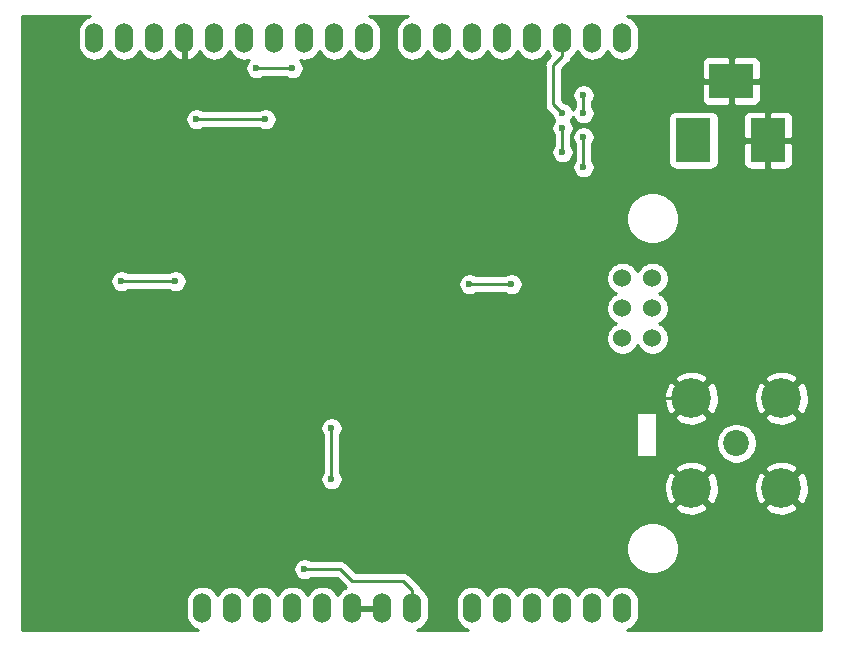
<source format=gbr>
G04 #@! TF.GenerationSoftware,KiCad,Pcbnew,5.1.4-5.1.4*
G04 #@! TF.CreationDate,2019-11-06T19:06:23+01:00*
G04 #@! TF.ProjectId,satscanner,73617473-6361-46e6-9e65-722e6b696361,rev?*
G04 #@! TF.SameCoordinates,Original*
G04 #@! TF.FileFunction,Copper,L2,Bot*
G04 #@! TF.FilePolarity,Positive*
%FSLAX46Y46*%
G04 Gerber Fmt 4.6, Leading zero omitted, Abs format (unit mm)*
G04 Created by KiCad (PCBNEW 5.1.4-5.1.4) date 2019-11-06 19:06:23*
%MOMM*%
%LPD*%
G04 APERTURE LIST*
%ADD10O,1.524000X2.540000*%
%ADD11C,1.524000*%
%ADD12C,0.600000*%
%ADD13R,3.000000X3.700000*%
%ADD14R,3.700000X3.000000*%
%ADD15C,3.360000*%
%ADD16C,2.190000*%
%ADD17C,0.250000*%
%ADD18C,0.254000*%
G04 APERTURE END LIST*
D10*
X166370000Y-124206000D03*
X163830000Y-124206000D03*
X161290000Y-124206000D03*
X153670000Y-124206000D03*
X156210000Y-124206000D03*
X158750000Y-124206000D03*
X148590000Y-124206000D03*
X146050000Y-124206000D03*
X143510000Y-124206000D03*
X138430000Y-124206000D03*
X135890000Y-124206000D03*
X166370000Y-75946000D03*
X163830000Y-75946000D03*
X161290000Y-75946000D03*
X158750000Y-75946000D03*
X156210000Y-75946000D03*
X153670000Y-75946000D03*
X151130000Y-75946000D03*
X148590000Y-75946000D03*
X144526000Y-75946000D03*
X141986000Y-75946000D03*
X139446000Y-75946000D03*
X136906000Y-75946000D03*
X134366000Y-75946000D03*
X131826000Y-75946000D03*
X129286000Y-75946000D03*
X126746000Y-75946000D03*
X140970000Y-124206000D03*
X124206000Y-75946000D03*
X121666000Y-75946000D03*
X133350000Y-124206000D03*
X130810000Y-124206000D03*
D11*
X166370000Y-96266000D03*
X168910000Y-96266000D03*
X166370000Y-98806000D03*
X168910000Y-98806000D03*
X166370000Y-101346000D03*
X168910000Y-101346000D03*
D12*
X123698000Y-107442000D03*
X123190000Y-103632000D03*
X123190000Y-100584000D03*
X124460000Y-91694000D03*
X124460000Y-87884000D03*
X161798000Y-105664000D03*
X157226000Y-114554000D03*
X162306000Y-118364000D03*
X162814000Y-115062000D03*
X155194000Y-107442000D03*
X150876000Y-112014000D03*
X154686000Y-112014000D03*
X152908000Y-108458000D03*
X150114000Y-108458000D03*
X147066000Y-108458000D03*
X143256000Y-114046000D03*
X146304000Y-113538000D03*
X137922000Y-101092000D03*
X137668000Y-103886000D03*
X140208000Y-107950000D03*
X137414000Y-107950000D03*
X137160000Y-114046000D03*
X133858000Y-113538000D03*
X133350000Y-108204000D03*
X133096000Y-104648000D03*
X132842000Y-101346000D03*
X133858000Y-87884000D03*
X131826000Y-87884000D03*
X129540000Y-87884000D03*
X127762000Y-86360000D03*
X128016000Y-82296000D03*
X130048000Y-80010000D03*
X143256000Y-77978000D03*
X143256000Y-80264000D03*
X142494000Y-83312000D03*
X139700000Y-84074000D03*
X136652000Y-84074000D03*
X136398000Y-87122000D03*
X136398000Y-90170000D03*
X136398000Y-93218000D03*
X133096000Y-95250000D03*
X169926000Y-108966000D03*
X166116000Y-108458000D03*
X162814000Y-112014000D03*
X165608000Y-112268000D03*
X167386000Y-112014000D03*
X169418000Y-112014000D03*
X158496000Y-109982000D03*
X166878000Y-106426000D03*
X159460000Y-90982000D03*
X157860000Y-90982000D03*
X156260000Y-90982000D03*
X154660000Y-90982000D03*
X153060000Y-90982000D03*
X151460000Y-90982000D03*
X149860000Y-90982000D03*
X159460000Y-89382000D03*
X157860000Y-89382000D03*
X156260000Y-89382000D03*
X154660000Y-89382000D03*
X153060000Y-89382000D03*
X151460000Y-89382000D03*
X149860000Y-89382000D03*
X159460000Y-87782000D03*
X157860000Y-87782000D03*
X156260000Y-87782000D03*
X154660000Y-87782000D03*
X153060000Y-87782000D03*
X151460000Y-87782000D03*
X149860000Y-87782000D03*
X159460000Y-86182000D03*
X157860000Y-86182000D03*
X156260000Y-86182000D03*
X154660000Y-86182000D03*
X153060000Y-86182000D03*
X151460000Y-86182000D03*
X149860000Y-86182000D03*
X159460000Y-84582000D03*
X157860000Y-84582000D03*
X156260000Y-84582000D03*
X154660000Y-84582000D03*
X153060000Y-84582000D03*
X151460000Y-84582000D03*
D13*
X178682000Y-84582000D03*
D14*
X175582000Y-79582000D03*
D13*
X172382000Y-84582000D03*
D15*
X172212000Y-114046000D03*
X179832000Y-114046000D03*
X179832000Y-106426000D03*
X172212000Y-106426000D03*
D16*
X176022000Y-110236000D03*
D12*
X149860000Y-84582000D03*
X163068000Y-80772000D03*
X163068000Y-82296000D03*
X163068000Y-84328000D03*
X163068000Y-86868000D03*
X128524000Y-96520000D03*
X123952000Y-96520000D03*
X141732000Y-108966000D03*
X141732000Y-113284000D03*
X139446000Y-120904000D03*
X161290000Y-82296000D03*
X161290000Y-83566000D03*
X161290000Y-85598000D03*
X156972000Y-96774000D03*
X153416000Y-96774000D03*
X136144000Y-82804000D03*
X130302000Y-82804000D03*
X138430000Y-78486000D03*
X135382000Y-78486000D03*
D17*
X166878000Y-106426000D02*
X162052000Y-106426000D01*
X162052000Y-106426000D02*
X158496000Y-109982000D01*
X172212000Y-106426000D02*
X166878000Y-106426000D01*
X163068000Y-82296000D02*
X163068000Y-80772000D01*
X163068000Y-86868000D02*
X163068000Y-84328000D01*
X123952000Y-96520000D02*
X128524000Y-96520000D01*
X141732000Y-113284000D02*
X141732000Y-108966000D01*
X148590000Y-122682000D02*
X148590000Y-124206000D01*
X147828000Y-121920000D02*
X148590000Y-122682000D01*
X143510000Y-121920000D02*
X147828000Y-121920000D01*
X142494000Y-120904000D02*
X143510000Y-121920000D01*
X139446000Y-120904000D02*
X142494000Y-120904000D01*
X161290000Y-77470000D02*
X161290000Y-75946000D01*
X160528000Y-78232000D02*
X161290000Y-77470000D01*
X160528000Y-81534000D02*
X160528000Y-78232000D01*
X161290000Y-82296000D02*
X160528000Y-81534000D01*
X161290000Y-85598000D02*
X161290000Y-83566000D01*
X153416000Y-96774000D02*
X156972000Y-96774000D01*
X130302000Y-82804000D02*
X136144000Y-82804000D01*
X135382000Y-78486000D02*
X138430000Y-78486000D01*
D18*
G36*
X121128805Y-74141096D02*
G01*
X120886113Y-74270817D01*
X120673392Y-74445393D01*
X120498817Y-74658114D01*
X120369096Y-74900806D01*
X120289214Y-75164141D01*
X120269000Y-75369376D01*
X120269000Y-76522625D01*
X120289214Y-76727860D01*
X120369096Y-76991195D01*
X120498817Y-77233887D01*
X120673393Y-77446608D01*
X120886114Y-77621183D01*
X121128806Y-77750904D01*
X121392141Y-77830786D01*
X121666000Y-77857759D01*
X121939860Y-77830786D01*
X122203195Y-77750904D01*
X122445887Y-77621183D01*
X122658608Y-77446608D01*
X122833183Y-77233887D01*
X122936000Y-77041529D01*
X123038817Y-77233887D01*
X123213393Y-77446608D01*
X123426114Y-77621183D01*
X123668806Y-77750904D01*
X123932141Y-77830786D01*
X124206000Y-77857759D01*
X124479860Y-77830786D01*
X124743195Y-77750904D01*
X124985887Y-77621183D01*
X125198608Y-77446608D01*
X125373183Y-77233887D01*
X125476000Y-77041529D01*
X125578817Y-77233887D01*
X125753393Y-77446608D01*
X125966114Y-77621183D01*
X126208806Y-77750904D01*
X126472141Y-77830786D01*
X126746000Y-77857759D01*
X127019860Y-77830786D01*
X127283195Y-77750904D01*
X127525887Y-77621183D01*
X127738608Y-77446608D01*
X127913183Y-77233887D01*
X128017038Y-77039587D01*
X128043941Y-77105942D01*
X128194994Y-77335729D01*
X128387974Y-77531632D01*
X128615465Y-77686122D01*
X128868724Y-77793262D01*
X128942930Y-77808220D01*
X129159000Y-77685720D01*
X129159000Y-76073000D01*
X129139000Y-76073000D01*
X129139000Y-75819000D01*
X129159000Y-75819000D01*
X129159000Y-75799000D01*
X129413000Y-75799000D01*
X129413000Y-75819000D01*
X129433000Y-75819000D01*
X129433000Y-76073000D01*
X129413000Y-76073000D01*
X129413000Y-77685720D01*
X129629070Y-77808220D01*
X129703276Y-77793262D01*
X129956535Y-77686122D01*
X130184026Y-77531632D01*
X130377006Y-77335729D01*
X130528059Y-77105942D01*
X130554962Y-77039587D01*
X130658817Y-77233887D01*
X130833393Y-77446608D01*
X131046114Y-77621183D01*
X131288806Y-77750904D01*
X131552141Y-77830786D01*
X131826000Y-77857759D01*
X132099860Y-77830786D01*
X132363195Y-77750904D01*
X132605887Y-77621183D01*
X132818608Y-77446608D01*
X132993183Y-77233887D01*
X133096000Y-77041529D01*
X133198817Y-77233887D01*
X133373393Y-77446608D01*
X133586114Y-77621183D01*
X133828806Y-77750904D01*
X134092141Y-77830786D01*
X134366000Y-77857759D01*
X134639860Y-77830786D01*
X134747610Y-77798100D01*
X134655738Y-77889972D01*
X134553414Y-78043111D01*
X134482932Y-78213271D01*
X134447000Y-78393911D01*
X134447000Y-78578089D01*
X134482932Y-78758729D01*
X134553414Y-78928889D01*
X134655738Y-79082028D01*
X134785972Y-79212262D01*
X134939111Y-79314586D01*
X135109271Y-79385068D01*
X135289911Y-79421000D01*
X135474089Y-79421000D01*
X135654729Y-79385068D01*
X135824889Y-79314586D01*
X135927535Y-79246000D01*
X137884465Y-79246000D01*
X137987111Y-79314586D01*
X138157271Y-79385068D01*
X138337911Y-79421000D01*
X138522089Y-79421000D01*
X138702729Y-79385068D01*
X138872889Y-79314586D01*
X139026028Y-79212262D01*
X139156262Y-79082028D01*
X139258586Y-78928889D01*
X139329068Y-78758729D01*
X139365000Y-78578089D01*
X139365000Y-78393911D01*
X139329068Y-78213271D01*
X139258586Y-78043111D01*
X139156262Y-77889972D01*
X139064390Y-77798100D01*
X139172141Y-77830786D01*
X139446000Y-77857759D01*
X139719860Y-77830786D01*
X139983195Y-77750904D01*
X140225887Y-77621183D01*
X140438608Y-77446608D01*
X140613183Y-77233887D01*
X140716000Y-77041529D01*
X140818817Y-77233887D01*
X140993393Y-77446608D01*
X141206114Y-77621183D01*
X141448806Y-77750904D01*
X141712141Y-77830786D01*
X141986000Y-77857759D01*
X142259860Y-77830786D01*
X142523195Y-77750904D01*
X142765887Y-77621183D01*
X142978608Y-77446608D01*
X143153183Y-77233887D01*
X143256000Y-77041529D01*
X143358817Y-77233887D01*
X143533393Y-77446608D01*
X143746114Y-77621183D01*
X143988806Y-77750904D01*
X144252141Y-77830786D01*
X144526000Y-77857759D01*
X144799860Y-77830786D01*
X145063195Y-77750904D01*
X145305887Y-77621183D01*
X145518608Y-77446608D01*
X145693183Y-77233887D01*
X145822904Y-76991195D01*
X145902786Y-76727860D01*
X145923000Y-76522625D01*
X145923000Y-75369375D01*
X145902786Y-75164140D01*
X145822904Y-74900805D01*
X145693183Y-74658113D01*
X145518607Y-74445392D01*
X145305886Y-74270817D01*
X145063194Y-74141096D01*
X144898050Y-74091000D01*
X148217949Y-74091000D01*
X148052805Y-74141096D01*
X147810113Y-74270817D01*
X147597392Y-74445393D01*
X147422817Y-74658114D01*
X147293096Y-74900806D01*
X147213214Y-75164141D01*
X147193000Y-75369376D01*
X147193000Y-76522625D01*
X147213214Y-76727860D01*
X147293096Y-76991195D01*
X147422817Y-77233887D01*
X147597393Y-77446608D01*
X147810114Y-77621183D01*
X148052806Y-77750904D01*
X148316141Y-77830786D01*
X148590000Y-77857759D01*
X148863860Y-77830786D01*
X149127195Y-77750904D01*
X149369887Y-77621183D01*
X149582608Y-77446608D01*
X149757183Y-77233887D01*
X149860000Y-77041529D01*
X149962817Y-77233887D01*
X150137393Y-77446608D01*
X150350114Y-77621183D01*
X150592806Y-77750904D01*
X150856141Y-77830786D01*
X151130000Y-77857759D01*
X151403860Y-77830786D01*
X151667195Y-77750904D01*
X151909887Y-77621183D01*
X152122608Y-77446608D01*
X152297183Y-77233887D01*
X152400000Y-77041529D01*
X152502817Y-77233887D01*
X152677393Y-77446608D01*
X152890114Y-77621183D01*
X153132806Y-77750904D01*
X153396141Y-77830786D01*
X153670000Y-77857759D01*
X153943860Y-77830786D01*
X154207195Y-77750904D01*
X154449887Y-77621183D01*
X154662608Y-77446608D01*
X154837183Y-77233887D01*
X154940000Y-77041529D01*
X155042817Y-77233887D01*
X155217393Y-77446608D01*
X155430114Y-77621183D01*
X155672806Y-77750904D01*
X155936141Y-77830786D01*
X156210000Y-77857759D01*
X156483860Y-77830786D01*
X156747195Y-77750904D01*
X156989887Y-77621183D01*
X157202608Y-77446608D01*
X157377183Y-77233887D01*
X157480000Y-77041529D01*
X157582817Y-77233887D01*
X157757393Y-77446608D01*
X157970114Y-77621183D01*
X158212806Y-77750904D01*
X158476141Y-77830786D01*
X158750000Y-77857759D01*
X159023860Y-77830786D01*
X159287195Y-77750904D01*
X159529887Y-77621183D01*
X159742608Y-77446608D01*
X159917183Y-77233887D01*
X160020000Y-77041529D01*
X160122817Y-77233887D01*
X160270888Y-77414311D01*
X160016998Y-77668201D01*
X159988000Y-77691999D01*
X159964202Y-77720997D01*
X159964201Y-77720998D01*
X159893026Y-77807724D01*
X159822454Y-77939754D01*
X159778998Y-78083015D01*
X159764324Y-78232000D01*
X159768001Y-78269332D01*
X159768000Y-81496677D01*
X159764324Y-81534000D01*
X159768000Y-81571322D01*
X159768000Y-81571332D01*
X159778997Y-81682985D01*
X159822454Y-81826246D01*
X159893026Y-81958276D01*
X159907091Y-81975414D01*
X159987999Y-82074001D01*
X160017002Y-82097803D01*
X160366847Y-82447649D01*
X160390932Y-82568729D01*
X160461414Y-82738889D01*
X160563738Y-82892028D01*
X160602710Y-82931000D01*
X160563738Y-82969972D01*
X160461414Y-83123111D01*
X160390932Y-83293271D01*
X160355000Y-83473911D01*
X160355000Y-83658089D01*
X160390932Y-83838729D01*
X160461414Y-84008889D01*
X160530001Y-84111536D01*
X160530000Y-85052464D01*
X160461414Y-85155111D01*
X160390932Y-85325271D01*
X160355000Y-85505911D01*
X160355000Y-85690089D01*
X160390932Y-85870729D01*
X160461414Y-86040889D01*
X160563738Y-86194028D01*
X160693972Y-86324262D01*
X160847111Y-86426586D01*
X161017271Y-86497068D01*
X161197911Y-86533000D01*
X161382089Y-86533000D01*
X161562729Y-86497068D01*
X161732889Y-86426586D01*
X161886028Y-86324262D01*
X162016262Y-86194028D01*
X162118586Y-86040889D01*
X162189068Y-85870729D01*
X162225000Y-85690089D01*
X162225000Y-85505911D01*
X162189068Y-85325271D01*
X162118586Y-85155111D01*
X162050000Y-85052465D01*
X162050000Y-84235911D01*
X162133000Y-84235911D01*
X162133000Y-84420089D01*
X162168932Y-84600729D01*
X162239414Y-84770889D01*
X162308001Y-84873537D01*
X162308000Y-86322464D01*
X162239414Y-86425111D01*
X162168932Y-86595271D01*
X162133000Y-86775911D01*
X162133000Y-86960089D01*
X162168932Y-87140729D01*
X162239414Y-87310889D01*
X162341738Y-87464028D01*
X162471972Y-87594262D01*
X162625111Y-87696586D01*
X162795271Y-87767068D01*
X162975911Y-87803000D01*
X163160089Y-87803000D01*
X163340729Y-87767068D01*
X163510889Y-87696586D01*
X163664028Y-87594262D01*
X163794262Y-87464028D01*
X163896586Y-87310889D01*
X163967068Y-87140729D01*
X164003000Y-86960089D01*
X164003000Y-86775911D01*
X163967068Y-86595271D01*
X163896586Y-86425111D01*
X163828000Y-86322465D01*
X163828000Y-84873535D01*
X163896586Y-84770889D01*
X163967068Y-84600729D01*
X164003000Y-84420089D01*
X164003000Y-84235911D01*
X163967068Y-84055271D01*
X163896586Y-83885111D01*
X163794262Y-83731972D01*
X163664028Y-83601738D01*
X163510889Y-83499414D01*
X163340729Y-83428932D01*
X163160089Y-83393000D01*
X162975911Y-83393000D01*
X162795271Y-83428932D01*
X162625111Y-83499414D01*
X162471972Y-83601738D01*
X162341738Y-83731972D01*
X162239414Y-83885111D01*
X162168932Y-84055271D01*
X162133000Y-84235911D01*
X162050000Y-84235911D01*
X162050000Y-84111535D01*
X162118586Y-84008889D01*
X162189068Y-83838729D01*
X162225000Y-83658089D01*
X162225000Y-83473911D01*
X162189068Y-83293271D01*
X162118586Y-83123111D01*
X162016262Y-82969972D01*
X161977290Y-82931000D01*
X162016262Y-82892028D01*
X162118586Y-82738889D01*
X162179000Y-82593036D01*
X162239414Y-82738889D01*
X162341738Y-82892028D01*
X162471972Y-83022262D01*
X162625111Y-83124586D01*
X162795271Y-83195068D01*
X162975911Y-83231000D01*
X163160089Y-83231000D01*
X163340729Y-83195068D01*
X163510889Y-83124586D01*
X163664028Y-83022262D01*
X163794262Y-82892028D01*
X163896586Y-82738889D01*
X163899439Y-82732000D01*
X170243928Y-82732000D01*
X170243928Y-86432000D01*
X170256188Y-86556482D01*
X170292498Y-86676180D01*
X170351463Y-86786494D01*
X170430815Y-86883185D01*
X170527506Y-86962537D01*
X170637820Y-87021502D01*
X170757518Y-87057812D01*
X170882000Y-87070072D01*
X173882000Y-87070072D01*
X174006482Y-87057812D01*
X174126180Y-87021502D01*
X174236494Y-86962537D01*
X174333185Y-86883185D01*
X174412537Y-86786494D01*
X174471502Y-86676180D01*
X174507812Y-86556482D01*
X174520072Y-86432000D01*
X176543928Y-86432000D01*
X176556188Y-86556482D01*
X176592498Y-86676180D01*
X176651463Y-86786494D01*
X176730815Y-86883185D01*
X176827506Y-86962537D01*
X176937820Y-87021502D01*
X177057518Y-87057812D01*
X177182000Y-87070072D01*
X178396250Y-87067000D01*
X178555000Y-86908250D01*
X178555000Y-84709000D01*
X178809000Y-84709000D01*
X178809000Y-86908250D01*
X178967750Y-87067000D01*
X180182000Y-87070072D01*
X180306482Y-87057812D01*
X180426180Y-87021502D01*
X180536494Y-86962537D01*
X180633185Y-86883185D01*
X180712537Y-86786494D01*
X180771502Y-86676180D01*
X180807812Y-86556482D01*
X180820072Y-86432000D01*
X180817000Y-84867750D01*
X180658250Y-84709000D01*
X178809000Y-84709000D01*
X178555000Y-84709000D01*
X176705750Y-84709000D01*
X176547000Y-84867750D01*
X176543928Y-86432000D01*
X174520072Y-86432000D01*
X174520072Y-82732000D01*
X176543928Y-82732000D01*
X176547000Y-84296250D01*
X176705750Y-84455000D01*
X178555000Y-84455000D01*
X178555000Y-82255750D01*
X178809000Y-82255750D01*
X178809000Y-84455000D01*
X180658250Y-84455000D01*
X180817000Y-84296250D01*
X180820072Y-82732000D01*
X180807812Y-82607518D01*
X180771502Y-82487820D01*
X180712537Y-82377506D01*
X180633185Y-82280815D01*
X180536494Y-82201463D01*
X180426180Y-82142498D01*
X180306482Y-82106188D01*
X180182000Y-82093928D01*
X178967750Y-82097000D01*
X178809000Y-82255750D01*
X178555000Y-82255750D01*
X178396250Y-82097000D01*
X177182000Y-82093928D01*
X177057518Y-82106188D01*
X176937820Y-82142498D01*
X176827506Y-82201463D01*
X176730815Y-82280815D01*
X176651463Y-82377506D01*
X176592498Y-82487820D01*
X176556188Y-82607518D01*
X176543928Y-82732000D01*
X174520072Y-82732000D01*
X174507812Y-82607518D01*
X174471502Y-82487820D01*
X174412537Y-82377506D01*
X174333185Y-82280815D01*
X174236494Y-82201463D01*
X174126180Y-82142498D01*
X174006482Y-82106188D01*
X173882000Y-82093928D01*
X170882000Y-82093928D01*
X170757518Y-82106188D01*
X170637820Y-82142498D01*
X170527506Y-82201463D01*
X170430815Y-82280815D01*
X170351463Y-82377506D01*
X170292498Y-82487820D01*
X170256188Y-82607518D01*
X170243928Y-82732000D01*
X163899439Y-82732000D01*
X163967068Y-82568729D01*
X164003000Y-82388089D01*
X164003000Y-82203911D01*
X163967068Y-82023271D01*
X163896586Y-81853111D01*
X163828000Y-81750465D01*
X163828000Y-81317535D01*
X163896586Y-81214889D01*
X163951629Y-81082000D01*
X173093928Y-81082000D01*
X173106188Y-81206482D01*
X173142498Y-81326180D01*
X173201463Y-81436494D01*
X173280815Y-81533185D01*
X173377506Y-81612537D01*
X173487820Y-81671502D01*
X173607518Y-81707812D01*
X173732000Y-81720072D01*
X175296250Y-81717000D01*
X175455000Y-81558250D01*
X175455000Y-79709000D01*
X175709000Y-79709000D01*
X175709000Y-81558250D01*
X175867750Y-81717000D01*
X177432000Y-81720072D01*
X177556482Y-81707812D01*
X177676180Y-81671502D01*
X177786494Y-81612537D01*
X177883185Y-81533185D01*
X177962537Y-81436494D01*
X178021502Y-81326180D01*
X178057812Y-81206482D01*
X178070072Y-81082000D01*
X178067000Y-79867750D01*
X177908250Y-79709000D01*
X175709000Y-79709000D01*
X175455000Y-79709000D01*
X173255750Y-79709000D01*
X173097000Y-79867750D01*
X173093928Y-81082000D01*
X163951629Y-81082000D01*
X163967068Y-81044729D01*
X164003000Y-80864089D01*
X164003000Y-80679911D01*
X163967068Y-80499271D01*
X163896586Y-80329111D01*
X163794262Y-80175972D01*
X163664028Y-80045738D01*
X163510889Y-79943414D01*
X163340729Y-79872932D01*
X163160089Y-79837000D01*
X162975911Y-79837000D01*
X162795271Y-79872932D01*
X162625111Y-79943414D01*
X162471972Y-80045738D01*
X162341738Y-80175972D01*
X162239414Y-80329111D01*
X162168932Y-80499271D01*
X162133000Y-80679911D01*
X162133000Y-80864089D01*
X162168932Y-81044729D01*
X162239414Y-81214889D01*
X162308001Y-81317536D01*
X162308000Y-81750464D01*
X162239414Y-81853111D01*
X162179000Y-81998964D01*
X162118586Y-81853111D01*
X162016262Y-81699972D01*
X161886028Y-81569738D01*
X161732889Y-81467414D01*
X161562729Y-81396932D01*
X161441649Y-81372847D01*
X161288000Y-81219199D01*
X161288000Y-78546801D01*
X161752801Y-78082000D01*
X173093928Y-78082000D01*
X173097000Y-79296250D01*
X173255750Y-79455000D01*
X175455000Y-79455000D01*
X175455000Y-77605750D01*
X175709000Y-77605750D01*
X175709000Y-79455000D01*
X177908250Y-79455000D01*
X178067000Y-79296250D01*
X178070072Y-78082000D01*
X178057812Y-77957518D01*
X178021502Y-77837820D01*
X177962537Y-77727506D01*
X177883185Y-77630815D01*
X177786494Y-77551463D01*
X177676180Y-77492498D01*
X177556482Y-77456188D01*
X177432000Y-77443928D01*
X175867750Y-77447000D01*
X175709000Y-77605750D01*
X175455000Y-77605750D01*
X175296250Y-77447000D01*
X173732000Y-77443928D01*
X173607518Y-77456188D01*
X173487820Y-77492498D01*
X173377506Y-77551463D01*
X173280815Y-77630815D01*
X173201463Y-77727506D01*
X173142498Y-77837820D01*
X173106188Y-77957518D01*
X173093928Y-78082000D01*
X161752801Y-78082000D01*
X161801004Y-78033798D01*
X161830001Y-78010001D01*
X161924974Y-77894276D01*
X161995546Y-77762247D01*
X162032231Y-77641310D01*
X162069887Y-77621183D01*
X162282608Y-77446608D01*
X162457183Y-77233887D01*
X162560000Y-77041529D01*
X162662817Y-77233887D01*
X162837393Y-77446608D01*
X163050114Y-77621183D01*
X163292806Y-77750904D01*
X163556141Y-77830786D01*
X163830000Y-77857759D01*
X164103860Y-77830786D01*
X164367195Y-77750904D01*
X164609887Y-77621183D01*
X164822608Y-77446608D01*
X164997183Y-77233887D01*
X165100000Y-77041529D01*
X165202817Y-77233887D01*
X165377393Y-77446608D01*
X165590114Y-77621183D01*
X165832806Y-77750904D01*
X166096141Y-77830786D01*
X166370000Y-77857759D01*
X166643860Y-77830786D01*
X166907195Y-77750904D01*
X167149887Y-77621183D01*
X167362608Y-77446608D01*
X167537183Y-77233887D01*
X167666904Y-76991195D01*
X167746786Y-76727860D01*
X167767000Y-76522625D01*
X167767000Y-75369375D01*
X167746786Y-75164140D01*
X167666904Y-74900805D01*
X167537183Y-74658113D01*
X167362607Y-74445392D01*
X167149886Y-74270817D01*
X166907194Y-74141096D01*
X166742050Y-74091000D01*
X183211001Y-74091000D01*
X183211000Y-126061000D01*
X166742051Y-126061000D01*
X166907195Y-126010904D01*
X167149887Y-125881183D01*
X167362608Y-125706608D01*
X167537183Y-125493887D01*
X167666904Y-125251195D01*
X167746786Y-124987860D01*
X167767000Y-124782625D01*
X167767000Y-123629375D01*
X167746786Y-123424140D01*
X167666904Y-123160805D01*
X167537183Y-122918113D01*
X167362607Y-122705392D01*
X167149886Y-122530817D01*
X166907194Y-122401096D01*
X166643859Y-122321214D01*
X166370000Y-122294241D01*
X166096140Y-122321214D01*
X165832805Y-122401096D01*
X165590113Y-122530817D01*
X165377392Y-122705393D01*
X165202817Y-122918114D01*
X165100000Y-123110471D01*
X164997183Y-122918113D01*
X164822607Y-122705392D01*
X164609886Y-122530817D01*
X164367194Y-122401096D01*
X164103859Y-122321214D01*
X163830000Y-122294241D01*
X163556140Y-122321214D01*
X163292805Y-122401096D01*
X163050113Y-122530817D01*
X162837392Y-122705393D01*
X162662817Y-122918114D01*
X162560000Y-123110471D01*
X162457183Y-122918113D01*
X162282607Y-122705392D01*
X162069886Y-122530817D01*
X161827194Y-122401096D01*
X161563859Y-122321214D01*
X161290000Y-122294241D01*
X161016140Y-122321214D01*
X160752805Y-122401096D01*
X160510113Y-122530817D01*
X160297392Y-122705393D01*
X160122817Y-122918114D01*
X160020000Y-123110471D01*
X159917183Y-122918113D01*
X159742607Y-122705392D01*
X159529886Y-122530817D01*
X159287194Y-122401096D01*
X159023859Y-122321214D01*
X158750000Y-122294241D01*
X158476140Y-122321214D01*
X158212805Y-122401096D01*
X157970113Y-122530817D01*
X157757392Y-122705393D01*
X157582817Y-122918114D01*
X157480000Y-123110471D01*
X157377183Y-122918113D01*
X157202607Y-122705392D01*
X156989886Y-122530817D01*
X156747194Y-122401096D01*
X156483859Y-122321214D01*
X156210000Y-122294241D01*
X155936140Y-122321214D01*
X155672805Y-122401096D01*
X155430113Y-122530817D01*
X155217392Y-122705393D01*
X155042817Y-122918114D01*
X154940000Y-123110471D01*
X154837183Y-122918113D01*
X154662607Y-122705392D01*
X154449886Y-122530817D01*
X154207194Y-122401096D01*
X153943859Y-122321214D01*
X153670000Y-122294241D01*
X153396140Y-122321214D01*
X153132805Y-122401096D01*
X152890113Y-122530817D01*
X152677392Y-122705393D01*
X152502817Y-122918114D01*
X152373096Y-123160806D01*
X152293214Y-123424141D01*
X152273000Y-123629376D01*
X152273000Y-124782625D01*
X152293214Y-124987860D01*
X152373096Y-125251195D01*
X152502817Y-125493887D01*
X152677393Y-125706608D01*
X152890114Y-125881183D01*
X153132806Y-126010904D01*
X153297950Y-126061000D01*
X148962051Y-126061000D01*
X149127195Y-126010904D01*
X149369887Y-125881183D01*
X149582608Y-125706608D01*
X149757183Y-125493887D01*
X149886904Y-125251195D01*
X149966786Y-124987860D01*
X149987000Y-124782625D01*
X149987000Y-123629375D01*
X149966786Y-123424140D01*
X149886904Y-123160805D01*
X149757183Y-122918113D01*
X149582607Y-122705392D01*
X149369886Y-122530817D01*
X149332231Y-122510690D01*
X149295546Y-122389753D01*
X149224974Y-122257724D01*
X149130001Y-122141999D01*
X149101004Y-122118202D01*
X148391803Y-121409002D01*
X148368001Y-121379999D01*
X148252276Y-121285026D01*
X148120247Y-121214454D01*
X147976986Y-121170997D01*
X147865333Y-121160000D01*
X147865322Y-121160000D01*
X147828000Y-121156324D01*
X147790678Y-121160000D01*
X143824802Y-121160000D01*
X143057804Y-120393002D01*
X143034001Y-120363999D01*
X142918276Y-120269026D01*
X142786247Y-120198454D01*
X142642986Y-120154997D01*
X142531333Y-120144000D01*
X142531322Y-120144000D01*
X142494000Y-120140324D01*
X142456678Y-120144000D01*
X139991535Y-120144000D01*
X139888889Y-120075414D01*
X139718729Y-120004932D01*
X139538089Y-119969000D01*
X139353911Y-119969000D01*
X139173271Y-120004932D01*
X139003111Y-120075414D01*
X138849972Y-120177738D01*
X138719738Y-120307972D01*
X138617414Y-120461111D01*
X138546932Y-120631271D01*
X138511000Y-120811911D01*
X138511000Y-120996089D01*
X138546932Y-121176729D01*
X138617414Y-121346889D01*
X138719738Y-121500028D01*
X138849972Y-121630262D01*
X139003111Y-121732586D01*
X139173271Y-121803068D01*
X139353911Y-121839000D01*
X139538089Y-121839000D01*
X139718729Y-121803068D01*
X139888889Y-121732586D01*
X139991535Y-121664000D01*
X142179199Y-121664000D01*
X142938978Y-122423780D01*
X142839465Y-122465878D01*
X142611974Y-122620368D01*
X142418994Y-122816271D01*
X142267941Y-123046058D01*
X142241038Y-123112413D01*
X142137183Y-122918113D01*
X141962607Y-122705392D01*
X141749886Y-122530817D01*
X141507194Y-122401096D01*
X141243859Y-122321214D01*
X140970000Y-122294241D01*
X140696140Y-122321214D01*
X140432805Y-122401096D01*
X140190113Y-122530817D01*
X139977392Y-122705393D01*
X139802817Y-122918114D01*
X139700000Y-123110471D01*
X139597183Y-122918113D01*
X139422607Y-122705392D01*
X139209886Y-122530817D01*
X138967194Y-122401096D01*
X138703859Y-122321214D01*
X138430000Y-122294241D01*
X138156140Y-122321214D01*
X137892805Y-122401096D01*
X137650113Y-122530817D01*
X137437392Y-122705393D01*
X137262817Y-122918114D01*
X137160000Y-123110471D01*
X137057183Y-122918113D01*
X136882607Y-122705392D01*
X136669886Y-122530817D01*
X136427194Y-122401096D01*
X136163859Y-122321214D01*
X135890000Y-122294241D01*
X135616140Y-122321214D01*
X135352805Y-122401096D01*
X135110113Y-122530817D01*
X134897392Y-122705393D01*
X134722817Y-122918114D01*
X134620000Y-123110471D01*
X134517183Y-122918113D01*
X134342607Y-122705392D01*
X134129886Y-122530817D01*
X133887194Y-122401096D01*
X133623859Y-122321214D01*
X133350000Y-122294241D01*
X133076140Y-122321214D01*
X132812805Y-122401096D01*
X132570113Y-122530817D01*
X132357392Y-122705393D01*
X132182817Y-122918114D01*
X132080000Y-123110471D01*
X131977183Y-122918113D01*
X131802607Y-122705392D01*
X131589886Y-122530817D01*
X131347194Y-122401096D01*
X131083859Y-122321214D01*
X130810000Y-122294241D01*
X130536140Y-122321214D01*
X130272805Y-122401096D01*
X130030113Y-122530817D01*
X129817392Y-122705393D01*
X129642817Y-122918114D01*
X129513096Y-123160806D01*
X129433214Y-123424141D01*
X129413000Y-123629376D01*
X129413000Y-124782625D01*
X129433214Y-124987860D01*
X129513096Y-125251195D01*
X129642817Y-125493887D01*
X129817393Y-125706608D01*
X130030114Y-125881183D01*
X130272806Y-126010904D01*
X130437950Y-126061000D01*
X115493000Y-126061000D01*
X115493000Y-118907103D01*
X166687500Y-118907103D01*
X166687500Y-119344897D01*
X166772909Y-119774279D01*
X166940446Y-120178749D01*
X167183671Y-120542761D01*
X167493239Y-120852329D01*
X167857251Y-121095554D01*
X168261721Y-121263091D01*
X168691103Y-121348500D01*
X169128897Y-121348500D01*
X169558279Y-121263091D01*
X169962749Y-121095554D01*
X170326761Y-120852329D01*
X170636329Y-120542761D01*
X170879554Y-120178749D01*
X171047091Y-119774279D01*
X171132500Y-119344897D01*
X171132500Y-118907103D01*
X171047091Y-118477721D01*
X170879554Y-118073251D01*
X170636329Y-117709239D01*
X170326761Y-117399671D01*
X169962749Y-117156446D01*
X169558279Y-116988909D01*
X169128897Y-116903500D01*
X168691103Y-116903500D01*
X168261721Y-116988909D01*
X167857251Y-117156446D01*
X167493239Y-117399671D01*
X167183671Y-117709239D01*
X166940446Y-118073251D01*
X166772909Y-118477721D01*
X166687500Y-118907103D01*
X115493000Y-118907103D01*
X115493000Y-115665789D01*
X170771817Y-115665789D01*
X170949478Y-115999778D01*
X171354900Y-116208543D01*
X171793261Y-116334202D01*
X172247713Y-116371927D01*
X172700793Y-116320268D01*
X173135088Y-116181211D01*
X173474522Y-115999778D01*
X173652183Y-115665789D01*
X178391817Y-115665789D01*
X178569478Y-115999778D01*
X178974900Y-116208543D01*
X179413261Y-116334202D01*
X179867713Y-116371927D01*
X180320793Y-116320268D01*
X180755088Y-116181211D01*
X181094522Y-115999778D01*
X181272183Y-115665789D01*
X179832000Y-114225605D01*
X178391817Y-115665789D01*
X173652183Y-115665789D01*
X172212000Y-114225605D01*
X170771817Y-115665789D01*
X115493000Y-115665789D01*
X115493000Y-108873911D01*
X140797000Y-108873911D01*
X140797000Y-109058089D01*
X140832932Y-109238729D01*
X140903414Y-109408889D01*
X140972001Y-109511537D01*
X140972000Y-112738464D01*
X140903414Y-112841111D01*
X140832932Y-113011271D01*
X140797000Y-113191911D01*
X140797000Y-113376089D01*
X140832932Y-113556729D01*
X140903414Y-113726889D01*
X141005738Y-113880028D01*
X141135972Y-114010262D01*
X141289111Y-114112586D01*
X141459271Y-114183068D01*
X141639911Y-114219000D01*
X141824089Y-114219000D01*
X142004729Y-114183068D01*
X142174889Y-114112586D01*
X142221093Y-114081713D01*
X169886073Y-114081713D01*
X169937732Y-114534793D01*
X170076789Y-114969088D01*
X170258222Y-115308522D01*
X170592211Y-115486183D01*
X172032395Y-114046000D01*
X172391605Y-114046000D01*
X173831789Y-115486183D01*
X174165778Y-115308522D01*
X174374543Y-114903100D01*
X174500202Y-114464739D01*
X174531997Y-114081713D01*
X177506073Y-114081713D01*
X177557732Y-114534793D01*
X177696789Y-114969088D01*
X177878222Y-115308522D01*
X178212211Y-115486183D01*
X179652395Y-114046000D01*
X180011605Y-114046000D01*
X181451789Y-115486183D01*
X181785778Y-115308522D01*
X181994543Y-114903100D01*
X182120202Y-114464739D01*
X182157927Y-114010287D01*
X182106268Y-113557207D01*
X181967211Y-113122912D01*
X181785778Y-112783478D01*
X181451789Y-112605817D01*
X180011605Y-114046000D01*
X179652395Y-114046000D01*
X178212211Y-112605817D01*
X177878222Y-112783478D01*
X177669457Y-113188900D01*
X177543798Y-113627261D01*
X177506073Y-114081713D01*
X174531997Y-114081713D01*
X174537927Y-114010287D01*
X174486268Y-113557207D01*
X174347211Y-113122912D01*
X174165778Y-112783478D01*
X173831789Y-112605817D01*
X172391605Y-114046000D01*
X172032395Y-114046000D01*
X170592211Y-112605817D01*
X170258222Y-112783478D01*
X170049457Y-113188900D01*
X169923798Y-113627261D01*
X169886073Y-114081713D01*
X142221093Y-114081713D01*
X142328028Y-114010262D01*
X142458262Y-113880028D01*
X142560586Y-113726889D01*
X142631068Y-113556729D01*
X142667000Y-113376089D01*
X142667000Y-113191911D01*
X142631068Y-113011271D01*
X142560586Y-112841111D01*
X142492000Y-112738465D01*
X142492000Y-112426211D01*
X170771817Y-112426211D01*
X172212000Y-113866395D01*
X173652183Y-112426211D01*
X178391817Y-112426211D01*
X179832000Y-113866395D01*
X181272183Y-112426211D01*
X181094522Y-112092222D01*
X180689100Y-111883457D01*
X180250739Y-111757798D01*
X179796287Y-111720073D01*
X179343207Y-111771732D01*
X178908912Y-111910789D01*
X178569478Y-112092222D01*
X178391817Y-112426211D01*
X173652183Y-112426211D01*
X173474522Y-112092222D01*
X173069100Y-111883457D01*
X172630739Y-111757798D01*
X172176287Y-111720073D01*
X171723207Y-111771732D01*
X171288912Y-111910789D01*
X170949478Y-112092222D01*
X170771817Y-112426211D01*
X142492000Y-112426211D01*
X142492000Y-109511535D01*
X142560586Y-109408889D01*
X142631068Y-109238729D01*
X142667000Y-109058089D01*
X142667000Y-108873911D01*
X142631068Y-108693271D01*
X142560586Y-108523111D01*
X142458262Y-108369972D01*
X142328028Y-108239738D01*
X142174889Y-108137414D01*
X142004729Y-108066932D01*
X141824089Y-108031000D01*
X141639911Y-108031000D01*
X141459271Y-108066932D01*
X141289111Y-108137414D01*
X141135972Y-108239738D01*
X141005738Y-108369972D01*
X140903414Y-108523111D01*
X140832932Y-108693271D01*
X140797000Y-108873911D01*
X115493000Y-108873911D01*
X115493000Y-107696000D01*
X167513000Y-107696000D01*
X167513000Y-111252000D01*
X167515440Y-111276776D01*
X167522667Y-111300601D01*
X167534403Y-111322557D01*
X167550197Y-111341803D01*
X167569443Y-111357597D01*
X167591399Y-111369333D01*
X167615224Y-111376560D01*
X167640000Y-111379000D01*
X169164000Y-111379000D01*
X169188776Y-111376560D01*
X169212601Y-111369333D01*
X169234557Y-111357597D01*
X169253803Y-111341803D01*
X169269597Y-111322557D01*
X169281333Y-111300601D01*
X169288560Y-111276776D01*
X169291000Y-111252000D01*
X169291000Y-110065610D01*
X174292000Y-110065610D01*
X174292000Y-110406390D01*
X174358483Y-110740622D01*
X174488894Y-111055462D01*
X174678221Y-111338811D01*
X174919189Y-111579779D01*
X175202538Y-111769106D01*
X175517378Y-111899517D01*
X175851610Y-111966000D01*
X176192390Y-111966000D01*
X176526622Y-111899517D01*
X176841462Y-111769106D01*
X177124811Y-111579779D01*
X177365779Y-111338811D01*
X177555106Y-111055462D01*
X177685517Y-110740622D01*
X177752000Y-110406390D01*
X177752000Y-110065610D01*
X177685517Y-109731378D01*
X177555106Y-109416538D01*
X177365779Y-109133189D01*
X177124811Y-108892221D01*
X176841462Y-108702894D01*
X176526622Y-108572483D01*
X176192390Y-108506000D01*
X175851610Y-108506000D01*
X175517378Y-108572483D01*
X175202538Y-108702894D01*
X174919189Y-108892221D01*
X174678221Y-109133189D01*
X174488894Y-109416538D01*
X174358483Y-109731378D01*
X174292000Y-110065610D01*
X169291000Y-110065610D01*
X169291000Y-108045789D01*
X170771817Y-108045789D01*
X170949478Y-108379778D01*
X171354900Y-108588543D01*
X171793261Y-108714202D01*
X172247713Y-108751927D01*
X172700793Y-108700268D01*
X173135088Y-108561211D01*
X173474522Y-108379778D01*
X173652183Y-108045789D01*
X178391817Y-108045789D01*
X178569478Y-108379778D01*
X178974900Y-108588543D01*
X179413261Y-108714202D01*
X179867713Y-108751927D01*
X180320793Y-108700268D01*
X180755088Y-108561211D01*
X181094522Y-108379778D01*
X181272183Y-108045789D01*
X179832000Y-106605605D01*
X178391817Y-108045789D01*
X173652183Y-108045789D01*
X172212000Y-106605605D01*
X170771817Y-108045789D01*
X169291000Y-108045789D01*
X169291000Y-107696000D01*
X169288560Y-107671224D01*
X169281333Y-107647399D01*
X169269597Y-107625443D01*
X169253803Y-107606197D01*
X169234557Y-107590403D01*
X169212601Y-107578667D01*
X169188776Y-107571440D01*
X169164000Y-107569000D01*
X167640000Y-107569000D01*
X167615224Y-107571440D01*
X167591399Y-107578667D01*
X167569443Y-107590403D01*
X167550197Y-107606197D01*
X167534403Y-107625443D01*
X167522667Y-107647399D01*
X167515440Y-107671224D01*
X167513000Y-107696000D01*
X115493000Y-107696000D01*
X115493000Y-106461713D01*
X169886073Y-106461713D01*
X169937732Y-106914793D01*
X170076789Y-107349088D01*
X170258222Y-107688522D01*
X170592211Y-107866183D01*
X172032395Y-106426000D01*
X172391605Y-106426000D01*
X173831789Y-107866183D01*
X174165778Y-107688522D01*
X174374543Y-107283100D01*
X174500202Y-106844739D01*
X174531997Y-106461713D01*
X177506073Y-106461713D01*
X177557732Y-106914793D01*
X177696789Y-107349088D01*
X177878222Y-107688522D01*
X178212211Y-107866183D01*
X179652395Y-106426000D01*
X180011605Y-106426000D01*
X181451789Y-107866183D01*
X181785778Y-107688522D01*
X181994543Y-107283100D01*
X182120202Y-106844739D01*
X182157927Y-106390287D01*
X182106268Y-105937207D01*
X181967211Y-105502912D01*
X181785778Y-105163478D01*
X181451789Y-104985817D01*
X180011605Y-106426000D01*
X179652395Y-106426000D01*
X178212211Y-104985817D01*
X177878222Y-105163478D01*
X177669457Y-105568900D01*
X177543798Y-106007261D01*
X177506073Y-106461713D01*
X174531997Y-106461713D01*
X174537927Y-106390287D01*
X174486268Y-105937207D01*
X174347211Y-105502912D01*
X174165778Y-105163478D01*
X173831789Y-104985817D01*
X172391605Y-106426000D01*
X172032395Y-106426000D01*
X170592211Y-104985817D01*
X170258222Y-105163478D01*
X170049457Y-105568900D01*
X169923798Y-106007261D01*
X169886073Y-106461713D01*
X115493000Y-106461713D01*
X115493000Y-104806211D01*
X170771817Y-104806211D01*
X172212000Y-106246395D01*
X173652183Y-104806211D01*
X178391817Y-104806211D01*
X179832000Y-106246395D01*
X181272183Y-104806211D01*
X181094522Y-104472222D01*
X180689100Y-104263457D01*
X180250739Y-104137798D01*
X179796287Y-104100073D01*
X179343207Y-104151732D01*
X178908912Y-104290789D01*
X178569478Y-104472222D01*
X178391817Y-104806211D01*
X173652183Y-104806211D01*
X173474522Y-104472222D01*
X173069100Y-104263457D01*
X172630739Y-104137798D01*
X172176287Y-104100073D01*
X171723207Y-104151732D01*
X171288912Y-104290789D01*
X170949478Y-104472222D01*
X170771817Y-104806211D01*
X115493000Y-104806211D01*
X115493000Y-96427911D01*
X123017000Y-96427911D01*
X123017000Y-96612089D01*
X123052932Y-96792729D01*
X123123414Y-96962889D01*
X123225738Y-97116028D01*
X123355972Y-97246262D01*
X123509111Y-97348586D01*
X123679271Y-97419068D01*
X123859911Y-97455000D01*
X124044089Y-97455000D01*
X124224729Y-97419068D01*
X124394889Y-97348586D01*
X124497535Y-97280000D01*
X127978465Y-97280000D01*
X128081111Y-97348586D01*
X128251271Y-97419068D01*
X128431911Y-97455000D01*
X128616089Y-97455000D01*
X128796729Y-97419068D01*
X128966889Y-97348586D01*
X129120028Y-97246262D01*
X129250262Y-97116028D01*
X129352586Y-96962889D01*
X129423068Y-96792729D01*
X129445111Y-96681911D01*
X152481000Y-96681911D01*
X152481000Y-96866089D01*
X152516932Y-97046729D01*
X152587414Y-97216889D01*
X152689738Y-97370028D01*
X152819972Y-97500262D01*
X152973111Y-97602586D01*
X153143271Y-97673068D01*
X153323911Y-97709000D01*
X153508089Y-97709000D01*
X153688729Y-97673068D01*
X153858889Y-97602586D01*
X153961535Y-97534000D01*
X156426465Y-97534000D01*
X156529111Y-97602586D01*
X156699271Y-97673068D01*
X156879911Y-97709000D01*
X157064089Y-97709000D01*
X157244729Y-97673068D01*
X157414889Y-97602586D01*
X157568028Y-97500262D01*
X157698262Y-97370028D01*
X157800586Y-97216889D01*
X157871068Y-97046729D01*
X157907000Y-96866089D01*
X157907000Y-96681911D01*
X157871068Y-96501271D01*
X157800586Y-96331111D01*
X157698262Y-96177972D01*
X157648698Y-96128408D01*
X164973000Y-96128408D01*
X164973000Y-96403592D01*
X165026686Y-96673490D01*
X165131995Y-96927727D01*
X165284880Y-97156535D01*
X165479465Y-97351120D01*
X165708273Y-97504005D01*
X165785515Y-97536000D01*
X165708273Y-97567995D01*
X165479465Y-97720880D01*
X165284880Y-97915465D01*
X165131995Y-98144273D01*
X165026686Y-98398510D01*
X164973000Y-98668408D01*
X164973000Y-98943592D01*
X165026686Y-99213490D01*
X165131995Y-99467727D01*
X165284880Y-99696535D01*
X165479465Y-99891120D01*
X165708273Y-100044005D01*
X165785515Y-100076000D01*
X165708273Y-100107995D01*
X165479465Y-100260880D01*
X165284880Y-100455465D01*
X165131995Y-100684273D01*
X165026686Y-100938510D01*
X164973000Y-101208408D01*
X164973000Y-101483592D01*
X165026686Y-101753490D01*
X165131995Y-102007727D01*
X165284880Y-102236535D01*
X165479465Y-102431120D01*
X165708273Y-102584005D01*
X165962510Y-102689314D01*
X166232408Y-102743000D01*
X166507592Y-102743000D01*
X166777490Y-102689314D01*
X167031727Y-102584005D01*
X167260535Y-102431120D01*
X167455120Y-102236535D01*
X167608005Y-102007727D01*
X167640000Y-101930485D01*
X167671995Y-102007727D01*
X167824880Y-102236535D01*
X168019465Y-102431120D01*
X168248273Y-102584005D01*
X168502510Y-102689314D01*
X168772408Y-102743000D01*
X169047592Y-102743000D01*
X169317490Y-102689314D01*
X169571727Y-102584005D01*
X169800535Y-102431120D01*
X169995120Y-102236535D01*
X170148005Y-102007727D01*
X170253314Y-101753490D01*
X170307000Y-101483592D01*
X170307000Y-101208408D01*
X170253314Y-100938510D01*
X170148005Y-100684273D01*
X169995120Y-100455465D01*
X169800535Y-100260880D01*
X169571727Y-100107995D01*
X169494485Y-100076000D01*
X169571727Y-100044005D01*
X169800535Y-99891120D01*
X169995120Y-99696535D01*
X170148005Y-99467727D01*
X170253314Y-99213490D01*
X170307000Y-98943592D01*
X170307000Y-98668408D01*
X170253314Y-98398510D01*
X170148005Y-98144273D01*
X169995120Y-97915465D01*
X169800535Y-97720880D01*
X169571727Y-97567995D01*
X169494485Y-97536000D01*
X169571727Y-97504005D01*
X169800535Y-97351120D01*
X169995120Y-97156535D01*
X170148005Y-96927727D01*
X170253314Y-96673490D01*
X170307000Y-96403592D01*
X170307000Y-96128408D01*
X170253314Y-95858510D01*
X170148005Y-95604273D01*
X169995120Y-95375465D01*
X169800535Y-95180880D01*
X169571727Y-95027995D01*
X169317490Y-94922686D01*
X169047592Y-94869000D01*
X168772408Y-94869000D01*
X168502510Y-94922686D01*
X168248273Y-95027995D01*
X168019465Y-95180880D01*
X167824880Y-95375465D01*
X167671995Y-95604273D01*
X167640000Y-95681515D01*
X167608005Y-95604273D01*
X167455120Y-95375465D01*
X167260535Y-95180880D01*
X167031727Y-95027995D01*
X166777490Y-94922686D01*
X166507592Y-94869000D01*
X166232408Y-94869000D01*
X165962510Y-94922686D01*
X165708273Y-95027995D01*
X165479465Y-95180880D01*
X165284880Y-95375465D01*
X165131995Y-95604273D01*
X165026686Y-95858510D01*
X164973000Y-96128408D01*
X157648698Y-96128408D01*
X157568028Y-96047738D01*
X157414889Y-95945414D01*
X157244729Y-95874932D01*
X157064089Y-95839000D01*
X156879911Y-95839000D01*
X156699271Y-95874932D01*
X156529111Y-95945414D01*
X156426465Y-96014000D01*
X153961535Y-96014000D01*
X153858889Y-95945414D01*
X153688729Y-95874932D01*
X153508089Y-95839000D01*
X153323911Y-95839000D01*
X153143271Y-95874932D01*
X152973111Y-95945414D01*
X152819972Y-96047738D01*
X152689738Y-96177972D01*
X152587414Y-96331111D01*
X152516932Y-96501271D01*
X152481000Y-96681911D01*
X129445111Y-96681911D01*
X129459000Y-96612089D01*
X129459000Y-96427911D01*
X129423068Y-96247271D01*
X129352586Y-96077111D01*
X129250262Y-95923972D01*
X129120028Y-95793738D01*
X128966889Y-95691414D01*
X128796729Y-95620932D01*
X128616089Y-95585000D01*
X128431911Y-95585000D01*
X128251271Y-95620932D01*
X128081111Y-95691414D01*
X127978465Y-95760000D01*
X124497535Y-95760000D01*
X124394889Y-95691414D01*
X124224729Y-95620932D01*
X124044089Y-95585000D01*
X123859911Y-95585000D01*
X123679271Y-95620932D01*
X123509111Y-95691414D01*
X123355972Y-95793738D01*
X123225738Y-95923972D01*
X123123414Y-96077111D01*
X123052932Y-96247271D01*
X123017000Y-96427911D01*
X115493000Y-96427911D01*
X115493000Y-90967103D01*
X166687500Y-90967103D01*
X166687500Y-91404897D01*
X166772909Y-91834279D01*
X166940446Y-92238749D01*
X167183671Y-92602761D01*
X167493239Y-92912329D01*
X167857251Y-93155554D01*
X168261721Y-93323091D01*
X168691103Y-93408500D01*
X169128897Y-93408500D01*
X169558279Y-93323091D01*
X169962749Y-93155554D01*
X170326761Y-92912329D01*
X170636329Y-92602761D01*
X170879554Y-92238749D01*
X171047091Y-91834279D01*
X171132500Y-91404897D01*
X171132500Y-90967103D01*
X171047091Y-90537721D01*
X170879554Y-90133251D01*
X170636329Y-89769239D01*
X170326761Y-89459671D01*
X169962749Y-89216446D01*
X169558279Y-89048909D01*
X169128897Y-88963500D01*
X168691103Y-88963500D01*
X168261721Y-89048909D01*
X167857251Y-89216446D01*
X167493239Y-89459671D01*
X167183671Y-89769239D01*
X166940446Y-90133251D01*
X166772909Y-90537721D01*
X166687500Y-90967103D01*
X115493000Y-90967103D01*
X115493000Y-82711911D01*
X129367000Y-82711911D01*
X129367000Y-82896089D01*
X129402932Y-83076729D01*
X129473414Y-83246889D01*
X129575738Y-83400028D01*
X129705972Y-83530262D01*
X129859111Y-83632586D01*
X130029271Y-83703068D01*
X130209911Y-83739000D01*
X130394089Y-83739000D01*
X130574729Y-83703068D01*
X130744889Y-83632586D01*
X130847535Y-83564000D01*
X135598465Y-83564000D01*
X135701111Y-83632586D01*
X135871271Y-83703068D01*
X136051911Y-83739000D01*
X136236089Y-83739000D01*
X136416729Y-83703068D01*
X136586889Y-83632586D01*
X136740028Y-83530262D01*
X136870262Y-83400028D01*
X136972586Y-83246889D01*
X137043068Y-83076729D01*
X137079000Y-82896089D01*
X137079000Y-82711911D01*
X137043068Y-82531271D01*
X136972586Y-82361111D01*
X136870262Y-82207972D01*
X136740028Y-82077738D01*
X136586889Y-81975414D01*
X136416729Y-81904932D01*
X136236089Y-81869000D01*
X136051911Y-81869000D01*
X135871271Y-81904932D01*
X135701111Y-81975414D01*
X135598465Y-82044000D01*
X130847535Y-82044000D01*
X130744889Y-81975414D01*
X130574729Y-81904932D01*
X130394089Y-81869000D01*
X130209911Y-81869000D01*
X130029271Y-81904932D01*
X129859111Y-81975414D01*
X129705972Y-82077738D01*
X129575738Y-82207972D01*
X129473414Y-82361111D01*
X129402932Y-82531271D01*
X129367000Y-82711911D01*
X115493000Y-82711911D01*
X115493000Y-74091000D01*
X121293949Y-74091000D01*
X121128805Y-74141096D01*
X121128805Y-74141096D01*
G37*
X121128805Y-74141096D02*
X120886113Y-74270817D01*
X120673392Y-74445393D01*
X120498817Y-74658114D01*
X120369096Y-74900806D01*
X120289214Y-75164141D01*
X120269000Y-75369376D01*
X120269000Y-76522625D01*
X120289214Y-76727860D01*
X120369096Y-76991195D01*
X120498817Y-77233887D01*
X120673393Y-77446608D01*
X120886114Y-77621183D01*
X121128806Y-77750904D01*
X121392141Y-77830786D01*
X121666000Y-77857759D01*
X121939860Y-77830786D01*
X122203195Y-77750904D01*
X122445887Y-77621183D01*
X122658608Y-77446608D01*
X122833183Y-77233887D01*
X122936000Y-77041529D01*
X123038817Y-77233887D01*
X123213393Y-77446608D01*
X123426114Y-77621183D01*
X123668806Y-77750904D01*
X123932141Y-77830786D01*
X124206000Y-77857759D01*
X124479860Y-77830786D01*
X124743195Y-77750904D01*
X124985887Y-77621183D01*
X125198608Y-77446608D01*
X125373183Y-77233887D01*
X125476000Y-77041529D01*
X125578817Y-77233887D01*
X125753393Y-77446608D01*
X125966114Y-77621183D01*
X126208806Y-77750904D01*
X126472141Y-77830786D01*
X126746000Y-77857759D01*
X127019860Y-77830786D01*
X127283195Y-77750904D01*
X127525887Y-77621183D01*
X127738608Y-77446608D01*
X127913183Y-77233887D01*
X128017038Y-77039587D01*
X128043941Y-77105942D01*
X128194994Y-77335729D01*
X128387974Y-77531632D01*
X128615465Y-77686122D01*
X128868724Y-77793262D01*
X128942930Y-77808220D01*
X129159000Y-77685720D01*
X129159000Y-76073000D01*
X129139000Y-76073000D01*
X129139000Y-75819000D01*
X129159000Y-75819000D01*
X129159000Y-75799000D01*
X129413000Y-75799000D01*
X129413000Y-75819000D01*
X129433000Y-75819000D01*
X129433000Y-76073000D01*
X129413000Y-76073000D01*
X129413000Y-77685720D01*
X129629070Y-77808220D01*
X129703276Y-77793262D01*
X129956535Y-77686122D01*
X130184026Y-77531632D01*
X130377006Y-77335729D01*
X130528059Y-77105942D01*
X130554962Y-77039587D01*
X130658817Y-77233887D01*
X130833393Y-77446608D01*
X131046114Y-77621183D01*
X131288806Y-77750904D01*
X131552141Y-77830786D01*
X131826000Y-77857759D01*
X132099860Y-77830786D01*
X132363195Y-77750904D01*
X132605887Y-77621183D01*
X132818608Y-77446608D01*
X132993183Y-77233887D01*
X133096000Y-77041529D01*
X133198817Y-77233887D01*
X133373393Y-77446608D01*
X133586114Y-77621183D01*
X133828806Y-77750904D01*
X134092141Y-77830786D01*
X134366000Y-77857759D01*
X134639860Y-77830786D01*
X134747610Y-77798100D01*
X134655738Y-77889972D01*
X134553414Y-78043111D01*
X134482932Y-78213271D01*
X134447000Y-78393911D01*
X134447000Y-78578089D01*
X134482932Y-78758729D01*
X134553414Y-78928889D01*
X134655738Y-79082028D01*
X134785972Y-79212262D01*
X134939111Y-79314586D01*
X135109271Y-79385068D01*
X135289911Y-79421000D01*
X135474089Y-79421000D01*
X135654729Y-79385068D01*
X135824889Y-79314586D01*
X135927535Y-79246000D01*
X137884465Y-79246000D01*
X137987111Y-79314586D01*
X138157271Y-79385068D01*
X138337911Y-79421000D01*
X138522089Y-79421000D01*
X138702729Y-79385068D01*
X138872889Y-79314586D01*
X139026028Y-79212262D01*
X139156262Y-79082028D01*
X139258586Y-78928889D01*
X139329068Y-78758729D01*
X139365000Y-78578089D01*
X139365000Y-78393911D01*
X139329068Y-78213271D01*
X139258586Y-78043111D01*
X139156262Y-77889972D01*
X139064390Y-77798100D01*
X139172141Y-77830786D01*
X139446000Y-77857759D01*
X139719860Y-77830786D01*
X139983195Y-77750904D01*
X140225887Y-77621183D01*
X140438608Y-77446608D01*
X140613183Y-77233887D01*
X140716000Y-77041529D01*
X140818817Y-77233887D01*
X140993393Y-77446608D01*
X141206114Y-77621183D01*
X141448806Y-77750904D01*
X141712141Y-77830786D01*
X141986000Y-77857759D01*
X142259860Y-77830786D01*
X142523195Y-77750904D01*
X142765887Y-77621183D01*
X142978608Y-77446608D01*
X143153183Y-77233887D01*
X143256000Y-77041529D01*
X143358817Y-77233887D01*
X143533393Y-77446608D01*
X143746114Y-77621183D01*
X143988806Y-77750904D01*
X144252141Y-77830786D01*
X144526000Y-77857759D01*
X144799860Y-77830786D01*
X145063195Y-77750904D01*
X145305887Y-77621183D01*
X145518608Y-77446608D01*
X145693183Y-77233887D01*
X145822904Y-76991195D01*
X145902786Y-76727860D01*
X145923000Y-76522625D01*
X145923000Y-75369375D01*
X145902786Y-75164140D01*
X145822904Y-74900805D01*
X145693183Y-74658113D01*
X145518607Y-74445392D01*
X145305886Y-74270817D01*
X145063194Y-74141096D01*
X144898050Y-74091000D01*
X148217949Y-74091000D01*
X148052805Y-74141096D01*
X147810113Y-74270817D01*
X147597392Y-74445393D01*
X147422817Y-74658114D01*
X147293096Y-74900806D01*
X147213214Y-75164141D01*
X147193000Y-75369376D01*
X147193000Y-76522625D01*
X147213214Y-76727860D01*
X147293096Y-76991195D01*
X147422817Y-77233887D01*
X147597393Y-77446608D01*
X147810114Y-77621183D01*
X148052806Y-77750904D01*
X148316141Y-77830786D01*
X148590000Y-77857759D01*
X148863860Y-77830786D01*
X149127195Y-77750904D01*
X149369887Y-77621183D01*
X149582608Y-77446608D01*
X149757183Y-77233887D01*
X149860000Y-77041529D01*
X149962817Y-77233887D01*
X150137393Y-77446608D01*
X150350114Y-77621183D01*
X150592806Y-77750904D01*
X150856141Y-77830786D01*
X151130000Y-77857759D01*
X151403860Y-77830786D01*
X151667195Y-77750904D01*
X151909887Y-77621183D01*
X152122608Y-77446608D01*
X152297183Y-77233887D01*
X152400000Y-77041529D01*
X152502817Y-77233887D01*
X152677393Y-77446608D01*
X152890114Y-77621183D01*
X153132806Y-77750904D01*
X153396141Y-77830786D01*
X153670000Y-77857759D01*
X153943860Y-77830786D01*
X154207195Y-77750904D01*
X154449887Y-77621183D01*
X154662608Y-77446608D01*
X154837183Y-77233887D01*
X154940000Y-77041529D01*
X155042817Y-77233887D01*
X155217393Y-77446608D01*
X155430114Y-77621183D01*
X155672806Y-77750904D01*
X155936141Y-77830786D01*
X156210000Y-77857759D01*
X156483860Y-77830786D01*
X156747195Y-77750904D01*
X156989887Y-77621183D01*
X157202608Y-77446608D01*
X157377183Y-77233887D01*
X157480000Y-77041529D01*
X157582817Y-77233887D01*
X157757393Y-77446608D01*
X157970114Y-77621183D01*
X158212806Y-77750904D01*
X158476141Y-77830786D01*
X158750000Y-77857759D01*
X159023860Y-77830786D01*
X159287195Y-77750904D01*
X159529887Y-77621183D01*
X159742608Y-77446608D01*
X159917183Y-77233887D01*
X160020000Y-77041529D01*
X160122817Y-77233887D01*
X160270888Y-77414311D01*
X160016998Y-77668201D01*
X159988000Y-77691999D01*
X159964202Y-77720997D01*
X159964201Y-77720998D01*
X159893026Y-77807724D01*
X159822454Y-77939754D01*
X159778998Y-78083015D01*
X159764324Y-78232000D01*
X159768001Y-78269332D01*
X159768000Y-81496677D01*
X159764324Y-81534000D01*
X159768000Y-81571322D01*
X159768000Y-81571332D01*
X159778997Y-81682985D01*
X159822454Y-81826246D01*
X159893026Y-81958276D01*
X159907091Y-81975414D01*
X159987999Y-82074001D01*
X160017002Y-82097803D01*
X160366847Y-82447649D01*
X160390932Y-82568729D01*
X160461414Y-82738889D01*
X160563738Y-82892028D01*
X160602710Y-82931000D01*
X160563738Y-82969972D01*
X160461414Y-83123111D01*
X160390932Y-83293271D01*
X160355000Y-83473911D01*
X160355000Y-83658089D01*
X160390932Y-83838729D01*
X160461414Y-84008889D01*
X160530001Y-84111536D01*
X160530000Y-85052464D01*
X160461414Y-85155111D01*
X160390932Y-85325271D01*
X160355000Y-85505911D01*
X160355000Y-85690089D01*
X160390932Y-85870729D01*
X160461414Y-86040889D01*
X160563738Y-86194028D01*
X160693972Y-86324262D01*
X160847111Y-86426586D01*
X161017271Y-86497068D01*
X161197911Y-86533000D01*
X161382089Y-86533000D01*
X161562729Y-86497068D01*
X161732889Y-86426586D01*
X161886028Y-86324262D01*
X162016262Y-86194028D01*
X162118586Y-86040889D01*
X162189068Y-85870729D01*
X162225000Y-85690089D01*
X162225000Y-85505911D01*
X162189068Y-85325271D01*
X162118586Y-85155111D01*
X162050000Y-85052465D01*
X162050000Y-84235911D01*
X162133000Y-84235911D01*
X162133000Y-84420089D01*
X162168932Y-84600729D01*
X162239414Y-84770889D01*
X162308001Y-84873537D01*
X162308000Y-86322464D01*
X162239414Y-86425111D01*
X162168932Y-86595271D01*
X162133000Y-86775911D01*
X162133000Y-86960089D01*
X162168932Y-87140729D01*
X162239414Y-87310889D01*
X162341738Y-87464028D01*
X162471972Y-87594262D01*
X162625111Y-87696586D01*
X162795271Y-87767068D01*
X162975911Y-87803000D01*
X163160089Y-87803000D01*
X163340729Y-87767068D01*
X163510889Y-87696586D01*
X163664028Y-87594262D01*
X163794262Y-87464028D01*
X163896586Y-87310889D01*
X163967068Y-87140729D01*
X164003000Y-86960089D01*
X164003000Y-86775911D01*
X163967068Y-86595271D01*
X163896586Y-86425111D01*
X163828000Y-86322465D01*
X163828000Y-84873535D01*
X163896586Y-84770889D01*
X163967068Y-84600729D01*
X164003000Y-84420089D01*
X164003000Y-84235911D01*
X163967068Y-84055271D01*
X163896586Y-83885111D01*
X163794262Y-83731972D01*
X163664028Y-83601738D01*
X163510889Y-83499414D01*
X163340729Y-83428932D01*
X163160089Y-83393000D01*
X162975911Y-83393000D01*
X162795271Y-83428932D01*
X162625111Y-83499414D01*
X162471972Y-83601738D01*
X162341738Y-83731972D01*
X162239414Y-83885111D01*
X162168932Y-84055271D01*
X162133000Y-84235911D01*
X162050000Y-84235911D01*
X162050000Y-84111535D01*
X162118586Y-84008889D01*
X162189068Y-83838729D01*
X162225000Y-83658089D01*
X162225000Y-83473911D01*
X162189068Y-83293271D01*
X162118586Y-83123111D01*
X162016262Y-82969972D01*
X161977290Y-82931000D01*
X162016262Y-82892028D01*
X162118586Y-82738889D01*
X162179000Y-82593036D01*
X162239414Y-82738889D01*
X162341738Y-82892028D01*
X162471972Y-83022262D01*
X162625111Y-83124586D01*
X162795271Y-83195068D01*
X162975911Y-83231000D01*
X163160089Y-83231000D01*
X163340729Y-83195068D01*
X163510889Y-83124586D01*
X163664028Y-83022262D01*
X163794262Y-82892028D01*
X163896586Y-82738889D01*
X163899439Y-82732000D01*
X170243928Y-82732000D01*
X170243928Y-86432000D01*
X170256188Y-86556482D01*
X170292498Y-86676180D01*
X170351463Y-86786494D01*
X170430815Y-86883185D01*
X170527506Y-86962537D01*
X170637820Y-87021502D01*
X170757518Y-87057812D01*
X170882000Y-87070072D01*
X173882000Y-87070072D01*
X174006482Y-87057812D01*
X174126180Y-87021502D01*
X174236494Y-86962537D01*
X174333185Y-86883185D01*
X174412537Y-86786494D01*
X174471502Y-86676180D01*
X174507812Y-86556482D01*
X174520072Y-86432000D01*
X176543928Y-86432000D01*
X176556188Y-86556482D01*
X176592498Y-86676180D01*
X176651463Y-86786494D01*
X176730815Y-86883185D01*
X176827506Y-86962537D01*
X176937820Y-87021502D01*
X177057518Y-87057812D01*
X177182000Y-87070072D01*
X178396250Y-87067000D01*
X178555000Y-86908250D01*
X178555000Y-84709000D01*
X178809000Y-84709000D01*
X178809000Y-86908250D01*
X178967750Y-87067000D01*
X180182000Y-87070072D01*
X180306482Y-87057812D01*
X180426180Y-87021502D01*
X180536494Y-86962537D01*
X180633185Y-86883185D01*
X180712537Y-86786494D01*
X180771502Y-86676180D01*
X180807812Y-86556482D01*
X180820072Y-86432000D01*
X180817000Y-84867750D01*
X180658250Y-84709000D01*
X178809000Y-84709000D01*
X178555000Y-84709000D01*
X176705750Y-84709000D01*
X176547000Y-84867750D01*
X176543928Y-86432000D01*
X174520072Y-86432000D01*
X174520072Y-82732000D01*
X176543928Y-82732000D01*
X176547000Y-84296250D01*
X176705750Y-84455000D01*
X178555000Y-84455000D01*
X178555000Y-82255750D01*
X178809000Y-82255750D01*
X178809000Y-84455000D01*
X180658250Y-84455000D01*
X180817000Y-84296250D01*
X180820072Y-82732000D01*
X180807812Y-82607518D01*
X180771502Y-82487820D01*
X180712537Y-82377506D01*
X180633185Y-82280815D01*
X180536494Y-82201463D01*
X180426180Y-82142498D01*
X180306482Y-82106188D01*
X180182000Y-82093928D01*
X178967750Y-82097000D01*
X178809000Y-82255750D01*
X178555000Y-82255750D01*
X178396250Y-82097000D01*
X177182000Y-82093928D01*
X177057518Y-82106188D01*
X176937820Y-82142498D01*
X176827506Y-82201463D01*
X176730815Y-82280815D01*
X176651463Y-82377506D01*
X176592498Y-82487820D01*
X176556188Y-82607518D01*
X176543928Y-82732000D01*
X174520072Y-82732000D01*
X174507812Y-82607518D01*
X174471502Y-82487820D01*
X174412537Y-82377506D01*
X174333185Y-82280815D01*
X174236494Y-82201463D01*
X174126180Y-82142498D01*
X174006482Y-82106188D01*
X173882000Y-82093928D01*
X170882000Y-82093928D01*
X170757518Y-82106188D01*
X170637820Y-82142498D01*
X170527506Y-82201463D01*
X170430815Y-82280815D01*
X170351463Y-82377506D01*
X170292498Y-82487820D01*
X170256188Y-82607518D01*
X170243928Y-82732000D01*
X163899439Y-82732000D01*
X163967068Y-82568729D01*
X164003000Y-82388089D01*
X164003000Y-82203911D01*
X163967068Y-82023271D01*
X163896586Y-81853111D01*
X163828000Y-81750465D01*
X163828000Y-81317535D01*
X163896586Y-81214889D01*
X163951629Y-81082000D01*
X173093928Y-81082000D01*
X173106188Y-81206482D01*
X173142498Y-81326180D01*
X173201463Y-81436494D01*
X173280815Y-81533185D01*
X173377506Y-81612537D01*
X173487820Y-81671502D01*
X173607518Y-81707812D01*
X173732000Y-81720072D01*
X175296250Y-81717000D01*
X175455000Y-81558250D01*
X175455000Y-79709000D01*
X175709000Y-79709000D01*
X175709000Y-81558250D01*
X175867750Y-81717000D01*
X177432000Y-81720072D01*
X177556482Y-81707812D01*
X177676180Y-81671502D01*
X177786494Y-81612537D01*
X177883185Y-81533185D01*
X177962537Y-81436494D01*
X178021502Y-81326180D01*
X178057812Y-81206482D01*
X178070072Y-81082000D01*
X178067000Y-79867750D01*
X177908250Y-79709000D01*
X175709000Y-79709000D01*
X175455000Y-79709000D01*
X173255750Y-79709000D01*
X173097000Y-79867750D01*
X173093928Y-81082000D01*
X163951629Y-81082000D01*
X163967068Y-81044729D01*
X164003000Y-80864089D01*
X164003000Y-80679911D01*
X163967068Y-80499271D01*
X163896586Y-80329111D01*
X163794262Y-80175972D01*
X163664028Y-80045738D01*
X163510889Y-79943414D01*
X163340729Y-79872932D01*
X163160089Y-79837000D01*
X162975911Y-79837000D01*
X162795271Y-79872932D01*
X162625111Y-79943414D01*
X162471972Y-80045738D01*
X162341738Y-80175972D01*
X162239414Y-80329111D01*
X162168932Y-80499271D01*
X162133000Y-80679911D01*
X162133000Y-80864089D01*
X162168932Y-81044729D01*
X162239414Y-81214889D01*
X162308001Y-81317536D01*
X162308000Y-81750464D01*
X162239414Y-81853111D01*
X162179000Y-81998964D01*
X162118586Y-81853111D01*
X162016262Y-81699972D01*
X161886028Y-81569738D01*
X161732889Y-81467414D01*
X161562729Y-81396932D01*
X161441649Y-81372847D01*
X161288000Y-81219199D01*
X161288000Y-78546801D01*
X161752801Y-78082000D01*
X173093928Y-78082000D01*
X173097000Y-79296250D01*
X173255750Y-79455000D01*
X175455000Y-79455000D01*
X175455000Y-77605750D01*
X175709000Y-77605750D01*
X175709000Y-79455000D01*
X177908250Y-79455000D01*
X178067000Y-79296250D01*
X178070072Y-78082000D01*
X178057812Y-77957518D01*
X178021502Y-77837820D01*
X177962537Y-77727506D01*
X177883185Y-77630815D01*
X177786494Y-77551463D01*
X177676180Y-77492498D01*
X177556482Y-77456188D01*
X177432000Y-77443928D01*
X175867750Y-77447000D01*
X175709000Y-77605750D01*
X175455000Y-77605750D01*
X175296250Y-77447000D01*
X173732000Y-77443928D01*
X173607518Y-77456188D01*
X173487820Y-77492498D01*
X173377506Y-77551463D01*
X173280815Y-77630815D01*
X173201463Y-77727506D01*
X173142498Y-77837820D01*
X173106188Y-77957518D01*
X173093928Y-78082000D01*
X161752801Y-78082000D01*
X161801004Y-78033798D01*
X161830001Y-78010001D01*
X161924974Y-77894276D01*
X161995546Y-77762247D01*
X162032231Y-77641310D01*
X162069887Y-77621183D01*
X162282608Y-77446608D01*
X162457183Y-77233887D01*
X162560000Y-77041529D01*
X162662817Y-77233887D01*
X162837393Y-77446608D01*
X163050114Y-77621183D01*
X163292806Y-77750904D01*
X163556141Y-77830786D01*
X163830000Y-77857759D01*
X164103860Y-77830786D01*
X164367195Y-77750904D01*
X164609887Y-77621183D01*
X164822608Y-77446608D01*
X164997183Y-77233887D01*
X165100000Y-77041529D01*
X165202817Y-77233887D01*
X165377393Y-77446608D01*
X165590114Y-77621183D01*
X165832806Y-77750904D01*
X166096141Y-77830786D01*
X166370000Y-77857759D01*
X166643860Y-77830786D01*
X166907195Y-77750904D01*
X167149887Y-77621183D01*
X167362608Y-77446608D01*
X167537183Y-77233887D01*
X167666904Y-76991195D01*
X167746786Y-76727860D01*
X167767000Y-76522625D01*
X167767000Y-75369375D01*
X167746786Y-75164140D01*
X167666904Y-74900805D01*
X167537183Y-74658113D01*
X167362607Y-74445392D01*
X167149886Y-74270817D01*
X166907194Y-74141096D01*
X166742050Y-74091000D01*
X183211001Y-74091000D01*
X183211000Y-126061000D01*
X166742051Y-126061000D01*
X166907195Y-126010904D01*
X167149887Y-125881183D01*
X167362608Y-125706608D01*
X167537183Y-125493887D01*
X167666904Y-125251195D01*
X167746786Y-124987860D01*
X167767000Y-124782625D01*
X167767000Y-123629375D01*
X167746786Y-123424140D01*
X167666904Y-123160805D01*
X167537183Y-122918113D01*
X167362607Y-122705392D01*
X167149886Y-122530817D01*
X166907194Y-122401096D01*
X166643859Y-122321214D01*
X166370000Y-122294241D01*
X166096140Y-122321214D01*
X165832805Y-122401096D01*
X165590113Y-122530817D01*
X165377392Y-122705393D01*
X165202817Y-122918114D01*
X165100000Y-123110471D01*
X164997183Y-122918113D01*
X164822607Y-122705392D01*
X164609886Y-122530817D01*
X164367194Y-122401096D01*
X164103859Y-122321214D01*
X163830000Y-122294241D01*
X163556140Y-122321214D01*
X163292805Y-122401096D01*
X163050113Y-122530817D01*
X162837392Y-122705393D01*
X162662817Y-122918114D01*
X162560000Y-123110471D01*
X162457183Y-122918113D01*
X162282607Y-122705392D01*
X162069886Y-122530817D01*
X161827194Y-122401096D01*
X161563859Y-122321214D01*
X161290000Y-122294241D01*
X161016140Y-122321214D01*
X160752805Y-122401096D01*
X160510113Y-122530817D01*
X160297392Y-122705393D01*
X160122817Y-122918114D01*
X160020000Y-123110471D01*
X159917183Y-122918113D01*
X159742607Y-122705392D01*
X159529886Y-122530817D01*
X159287194Y-122401096D01*
X159023859Y-122321214D01*
X158750000Y-122294241D01*
X158476140Y-122321214D01*
X158212805Y-122401096D01*
X157970113Y-122530817D01*
X157757392Y-122705393D01*
X157582817Y-122918114D01*
X157480000Y-123110471D01*
X157377183Y-122918113D01*
X157202607Y-122705392D01*
X156989886Y-122530817D01*
X156747194Y-122401096D01*
X156483859Y-122321214D01*
X156210000Y-122294241D01*
X155936140Y-122321214D01*
X155672805Y-122401096D01*
X155430113Y-122530817D01*
X155217392Y-122705393D01*
X155042817Y-122918114D01*
X154940000Y-123110471D01*
X154837183Y-122918113D01*
X154662607Y-122705392D01*
X154449886Y-122530817D01*
X154207194Y-122401096D01*
X153943859Y-122321214D01*
X153670000Y-122294241D01*
X153396140Y-122321214D01*
X153132805Y-122401096D01*
X152890113Y-122530817D01*
X152677392Y-122705393D01*
X152502817Y-122918114D01*
X152373096Y-123160806D01*
X152293214Y-123424141D01*
X152273000Y-123629376D01*
X152273000Y-124782625D01*
X152293214Y-124987860D01*
X152373096Y-125251195D01*
X152502817Y-125493887D01*
X152677393Y-125706608D01*
X152890114Y-125881183D01*
X153132806Y-126010904D01*
X153297950Y-126061000D01*
X148962051Y-126061000D01*
X149127195Y-126010904D01*
X149369887Y-125881183D01*
X149582608Y-125706608D01*
X149757183Y-125493887D01*
X149886904Y-125251195D01*
X149966786Y-124987860D01*
X149987000Y-124782625D01*
X149987000Y-123629375D01*
X149966786Y-123424140D01*
X149886904Y-123160805D01*
X149757183Y-122918113D01*
X149582607Y-122705392D01*
X149369886Y-122530817D01*
X149332231Y-122510690D01*
X149295546Y-122389753D01*
X149224974Y-122257724D01*
X149130001Y-122141999D01*
X149101004Y-122118202D01*
X148391803Y-121409002D01*
X148368001Y-121379999D01*
X148252276Y-121285026D01*
X148120247Y-121214454D01*
X147976986Y-121170997D01*
X147865333Y-121160000D01*
X147865322Y-121160000D01*
X147828000Y-121156324D01*
X147790678Y-121160000D01*
X143824802Y-121160000D01*
X143057804Y-120393002D01*
X143034001Y-120363999D01*
X142918276Y-120269026D01*
X142786247Y-120198454D01*
X142642986Y-120154997D01*
X142531333Y-120144000D01*
X142531322Y-120144000D01*
X142494000Y-120140324D01*
X142456678Y-120144000D01*
X139991535Y-120144000D01*
X139888889Y-120075414D01*
X139718729Y-120004932D01*
X139538089Y-119969000D01*
X139353911Y-119969000D01*
X139173271Y-120004932D01*
X139003111Y-120075414D01*
X138849972Y-120177738D01*
X138719738Y-120307972D01*
X138617414Y-120461111D01*
X138546932Y-120631271D01*
X138511000Y-120811911D01*
X138511000Y-120996089D01*
X138546932Y-121176729D01*
X138617414Y-121346889D01*
X138719738Y-121500028D01*
X138849972Y-121630262D01*
X139003111Y-121732586D01*
X139173271Y-121803068D01*
X139353911Y-121839000D01*
X139538089Y-121839000D01*
X139718729Y-121803068D01*
X139888889Y-121732586D01*
X139991535Y-121664000D01*
X142179199Y-121664000D01*
X142938978Y-122423780D01*
X142839465Y-122465878D01*
X142611974Y-122620368D01*
X142418994Y-122816271D01*
X142267941Y-123046058D01*
X142241038Y-123112413D01*
X142137183Y-122918113D01*
X141962607Y-122705392D01*
X141749886Y-122530817D01*
X141507194Y-122401096D01*
X141243859Y-122321214D01*
X140970000Y-122294241D01*
X140696140Y-122321214D01*
X140432805Y-122401096D01*
X140190113Y-122530817D01*
X139977392Y-122705393D01*
X139802817Y-122918114D01*
X139700000Y-123110471D01*
X139597183Y-122918113D01*
X139422607Y-122705392D01*
X139209886Y-122530817D01*
X138967194Y-122401096D01*
X138703859Y-122321214D01*
X138430000Y-122294241D01*
X138156140Y-122321214D01*
X137892805Y-122401096D01*
X137650113Y-122530817D01*
X137437392Y-122705393D01*
X137262817Y-122918114D01*
X137160000Y-123110471D01*
X137057183Y-122918113D01*
X136882607Y-122705392D01*
X136669886Y-122530817D01*
X136427194Y-122401096D01*
X136163859Y-122321214D01*
X135890000Y-122294241D01*
X135616140Y-122321214D01*
X135352805Y-122401096D01*
X135110113Y-122530817D01*
X134897392Y-122705393D01*
X134722817Y-122918114D01*
X134620000Y-123110471D01*
X134517183Y-122918113D01*
X134342607Y-122705392D01*
X134129886Y-122530817D01*
X133887194Y-122401096D01*
X133623859Y-122321214D01*
X133350000Y-122294241D01*
X133076140Y-122321214D01*
X132812805Y-122401096D01*
X132570113Y-122530817D01*
X132357392Y-122705393D01*
X132182817Y-122918114D01*
X132080000Y-123110471D01*
X131977183Y-122918113D01*
X131802607Y-122705392D01*
X131589886Y-122530817D01*
X131347194Y-122401096D01*
X131083859Y-122321214D01*
X130810000Y-122294241D01*
X130536140Y-122321214D01*
X130272805Y-122401096D01*
X130030113Y-122530817D01*
X129817392Y-122705393D01*
X129642817Y-122918114D01*
X129513096Y-123160806D01*
X129433214Y-123424141D01*
X129413000Y-123629376D01*
X129413000Y-124782625D01*
X129433214Y-124987860D01*
X129513096Y-125251195D01*
X129642817Y-125493887D01*
X129817393Y-125706608D01*
X130030114Y-125881183D01*
X130272806Y-126010904D01*
X130437950Y-126061000D01*
X115493000Y-126061000D01*
X115493000Y-118907103D01*
X166687500Y-118907103D01*
X166687500Y-119344897D01*
X166772909Y-119774279D01*
X166940446Y-120178749D01*
X167183671Y-120542761D01*
X167493239Y-120852329D01*
X167857251Y-121095554D01*
X168261721Y-121263091D01*
X168691103Y-121348500D01*
X169128897Y-121348500D01*
X169558279Y-121263091D01*
X169962749Y-121095554D01*
X170326761Y-120852329D01*
X170636329Y-120542761D01*
X170879554Y-120178749D01*
X171047091Y-119774279D01*
X171132500Y-119344897D01*
X171132500Y-118907103D01*
X171047091Y-118477721D01*
X170879554Y-118073251D01*
X170636329Y-117709239D01*
X170326761Y-117399671D01*
X169962749Y-117156446D01*
X169558279Y-116988909D01*
X169128897Y-116903500D01*
X168691103Y-116903500D01*
X168261721Y-116988909D01*
X167857251Y-117156446D01*
X167493239Y-117399671D01*
X167183671Y-117709239D01*
X166940446Y-118073251D01*
X166772909Y-118477721D01*
X166687500Y-118907103D01*
X115493000Y-118907103D01*
X115493000Y-115665789D01*
X170771817Y-115665789D01*
X170949478Y-115999778D01*
X171354900Y-116208543D01*
X171793261Y-116334202D01*
X172247713Y-116371927D01*
X172700793Y-116320268D01*
X173135088Y-116181211D01*
X173474522Y-115999778D01*
X173652183Y-115665789D01*
X178391817Y-115665789D01*
X178569478Y-115999778D01*
X178974900Y-116208543D01*
X179413261Y-116334202D01*
X179867713Y-116371927D01*
X180320793Y-116320268D01*
X180755088Y-116181211D01*
X181094522Y-115999778D01*
X181272183Y-115665789D01*
X179832000Y-114225605D01*
X178391817Y-115665789D01*
X173652183Y-115665789D01*
X172212000Y-114225605D01*
X170771817Y-115665789D01*
X115493000Y-115665789D01*
X115493000Y-108873911D01*
X140797000Y-108873911D01*
X140797000Y-109058089D01*
X140832932Y-109238729D01*
X140903414Y-109408889D01*
X140972001Y-109511537D01*
X140972000Y-112738464D01*
X140903414Y-112841111D01*
X140832932Y-113011271D01*
X140797000Y-113191911D01*
X140797000Y-113376089D01*
X140832932Y-113556729D01*
X140903414Y-113726889D01*
X141005738Y-113880028D01*
X141135972Y-114010262D01*
X141289111Y-114112586D01*
X141459271Y-114183068D01*
X141639911Y-114219000D01*
X141824089Y-114219000D01*
X142004729Y-114183068D01*
X142174889Y-114112586D01*
X142221093Y-114081713D01*
X169886073Y-114081713D01*
X169937732Y-114534793D01*
X170076789Y-114969088D01*
X170258222Y-115308522D01*
X170592211Y-115486183D01*
X172032395Y-114046000D01*
X172391605Y-114046000D01*
X173831789Y-115486183D01*
X174165778Y-115308522D01*
X174374543Y-114903100D01*
X174500202Y-114464739D01*
X174531997Y-114081713D01*
X177506073Y-114081713D01*
X177557732Y-114534793D01*
X177696789Y-114969088D01*
X177878222Y-115308522D01*
X178212211Y-115486183D01*
X179652395Y-114046000D01*
X180011605Y-114046000D01*
X181451789Y-115486183D01*
X181785778Y-115308522D01*
X181994543Y-114903100D01*
X182120202Y-114464739D01*
X182157927Y-114010287D01*
X182106268Y-113557207D01*
X181967211Y-113122912D01*
X181785778Y-112783478D01*
X181451789Y-112605817D01*
X180011605Y-114046000D01*
X179652395Y-114046000D01*
X178212211Y-112605817D01*
X177878222Y-112783478D01*
X177669457Y-113188900D01*
X177543798Y-113627261D01*
X177506073Y-114081713D01*
X174531997Y-114081713D01*
X174537927Y-114010287D01*
X174486268Y-113557207D01*
X174347211Y-113122912D01*
X174165778Y-112783478D01*
X173831789Y-112605817D01*
X172391605Y-114046000D01*
X172032395Y-114046000D01*
X170592211Y-112605817D01*
X170258222Y-112783478D01*
X170049457Y-113188900D01*
X169923798Y-113627261D01*
X169886073Y-114081713D01*
X142221093Y-114081713D01*
X142328028Y-114010262D01*
X142458262Y-113880028D01*
X142560586Y-113726889D01*
X142631068Y-113556729D01*
X142667000Y-113376089D01*
X142667000Y-113191911D01*
X142631068Y-113011271D01*
X142560586Y-112841111D01*
X142492000Y-112738465D01*
X142492000Y-112426211D01*
X170771817Y-112426211D01*
X172212000Y-113866395D01*
X173652183Y-112426211D01*
X178391817Y-112426211D01*
X179832000Y-113866395D01*
X181272183Y-112426211D01*
X181094522Y-112092222D01*
X180689100Y-111883457D01*
X180250739Y-111757798D01*
X179796287Y-111720073D01*
X179343207Y-111771732D01*
X178908912Y-111910789D01*
X178569478Y-112092222D01*
X178391817Y-112426211D01*
X173652183Y-112426211D01*
X173474522Y-112092222D01*
X173069100Y-111883457D01*
X172630739Y-111757798D01*
X172176287Y-111720073D01*
X171723207Y-111771732D01*
X171288912Y-111910789D01*
X170949478Y-112092222D01*
X170771817Y-112426211D01*
X142492000Y-112426211D01*
X142492000Y-109511535D01*
X142560586Y-109408889D01*
X142631068Y-109238729D01*
X142667000Y-109058089D01*
X142667000Y-108873911D01*
X142631068Y-108693271D01*
X142560586Y-108523111D01*
X142458262Y-108369972D01*
X142328028Y-108239738D01*
X142174889Y-108137414D01*
X142004729Y-108066932D01*
X141824089Y-108031000D01*
X141639911Y-108031000D01*
X141459271Y-108066932D01*
X141289111Y-108137414D01*
X141135972Y-108239738D01*
X141005738Y-108369972D01*
X140903414Y-108523111D01*
X140832932Y-108693271D01*
X140797000Y-108873911D01*
X115493000Y-108873911D01*
X115493000Y-107696000D01*
X167513000Y-107696000D01*
X167513000Y-111252000D01*
X167515440Y-111276776D01*
X167522667Y-111300601D01*
X167534403Y-111322557D01*
X167550197Y-111341803D01*
X167569443Y-111357597D01*
X167591399Y-111369333D01*
X167615224Y-111376560D01*
X167640000Y-111379000D01*
X169164000Y-111379000D01*
X169188776Y-111376560D01*
X169212601Y-111369333D01*
X169234557Y-111357597D01*
X169253803Y-111341803D01*
X169269597Y-111322557D01*
X169281333Y-111300601D01*
X169288560Y-111276776D01*
X169291000Y-111252000D01*
X169291000Y-110065610D01*
X174292000Y-110065610D01*
X174292000Y-110406390D01*
X174358483Y-110740622D01*
X174488894Y-111055462D01*
X174678221Y-111338811D01*
X174919189Y-111579779D01*
X175202538Y-111769106D01*
X175517378Y-111899517D01*
X175851610Y-111966000D01*
X176192390Y-111966000D01*
X176526622Y-111899517D01*
X176841462Y-111769106D01*
X177124811Y-111579779D01*
X177365779Y-111338811D01*
X177555106Y-111055462D01*
X177685517Y-110740622D01*
X177752000Y-110406390D01*
X177752000Y-110065610D01*
X177685517Y-109731378D01*
X177555106Y-109416538D01*
X177365779Y-109133189D01*
X177124811Y-108892221D01*
X176841462Y-108702894D01*
X176526622Y-108572483D01*
X176192390Y-108506000D01*
X175851610Y-108506000D01*
X175517378Y-108572483D01*
X175202538Y-108702894D01*
X174919189Y-108892221D01*
X174678221Y-109133189D01*
X174488894Y-109416538D01*
X174358483Y-109731378D01*
X174292000Y-110065610D01*
X169291000Y-110065610D01*
X169291000Y-108045789D01*
X170771817Y-108045789D01*
X170949478Y-108379778D01*
X171354900Y-108588543D01*
X171793261Y-108714202D01*
X172247713Y-108751927D01*
X172700793Y-108700268D01*
X173135088Y-108561211D01*
X173474522Y-108379778D01*
X173652183Y-108045789D01*
X178391817Y-108045789D01*
X178569478Y-108379778D01*
X178974900Y-108588543D01*
X179413261Y-108714202D01*
X179867713Y-108751927D01*
X180320793Y-108700268D01*
X180755088Y-108561211D01*
X181094522Y-108379778D01*
X181272183Y-108045789D01*
X179832000Y-106605605D01*
X178391817Y-108045789D01*
X173652183Y-108045789D01*
X172212000Y-106605605D01*
X170771817Y-108045789D01*
X169291000Y-108045789D01*
X169291000Y-107696000D01*
X169288560Y-107671224D01*
X169281333Y-107647399D01*
X169269597Y-107625443D01*
X169253803Y-107606197D01*
X169234557Y-107590403D01*
X169212601Y-107578667D01*
X169188776Y-107571440D01*
X169164000Y-107569000D01*
X167640000Y-107569000D01*
X167615224Y-107571440D01*
X167591399Y-107578667D01*
X167569443Y-107590403D01*
X167550197Y-107606197D01*
X167534403Y-107625443D01*
X167522667Y-107647399D01*
X167515440Y-107671224D01*
X167513000Y-107696000D01*
X115493000Y-107696000D01*
X115493000Y-106461713D01*
X169886073Y-106461713D01*
X169937732Y-106914793D01*
X170076789Y-107349088D01*
X170258222Y-107688522D01*
X170592211Y-107866183D01*
X172032395Y-106426000D01*
X172391605Y-106426000D01*
X173831789Y-107866183D01*
X174165778Y-107688522D01*
X174374543Y-107283100D01*
X174500202Y-106844739D01*
X174531997Y-106461713D01*
X177506073Y-106461713D01*
X177557732Y-106914793D01*
X177696789Y-107349088D01*
X177878222Y-107688522D01*
X178212211Y-107866183D01*
X179652395Y-106426000D01*
X180011605Y-106426000D01*
X181451789Y-107866183D01*
X181785778Y-107688522D01*
X181994543Y-107283100D01*
X182120202Y-106844739D01*
X182157927Y-106390287D01*
X182106268Y-105937207D01*
X181967211Y-105502912D01*
X181785778Y-105163478D01*
X181451789Y-104985817D01*
X180011605Y-106426000D01*
X179652395Y-106426000D01*
X178212211Y-104985817D01*
X177878222Y-105163478D01*
X177669457Y-105568900D01*
X177543798Y-106007261D01*
X177506073Y-106461713D01*
X174531997Y-106461713D01*
X174537927Y-106390287D01*
X174486268Y-105937207D01*
X174347211Y-105502912D01*
X174165778Y-105163478D01*
X173831789Y-104985817D01*
X172391605Y-106426000D01*
X172032395Y-106426000D01*
X170592211Y-104985817D01*
X170258222Y-105163478D01*
X170049457Y-105568900D01*
X169923798Y-106007261D01*
X169886073Y-106461713D01*
X115493000Y-106461713D01*
X115493000Y-104806211D01*
X170771817Y-104806211D01*
X172212000Y-106246395D01*
X173652183Y-104806211D01*
X178391817Y-104806211D01*
X179832000Y-106246395D01*
X181272183Y-104806211D01*
X181094522Y-104472222D01*
X180689100Y-104263457D01*
X180250739Y-104137798D01*
X179796287Y-104100073D01*
X179343207Y-104151732D01*
X178908912Y-104290789D01*
X178569478Y-104472222D01*
X178391817Y-104806211D01*
X173652183Y-104806211D01*
X173474522Y-104472222D01*
X173069100Y-104263457D01*
X172630739Y-104137798D01*
X172176287Y-104100073D01*
X171723207Y-104151732D01*
X171288912Y-104290789D01*
X170949478Y-104472222D01*
X170771817Y-104806211D01*
X115493000Y-104806211D01*
X115493000Y-96427911D01*
X123017000Y-96427911D01*
X123017000Y-96612089D01*
X123052932Y-96792729D01*
X123123414Y-96962889D01*
X123225738Y-97116028D01*
X123355972Y-97246262D01*
X123509111Y-97348586D01*
X123679271Y-97419068D01*
X123859911Y-97455000D01*
X124044089Y-97455000D01*
X124224729Y-97419068D01*
X124394889Y-97348586D01*
X124497535Y-97280000D01*
X127978465Y-97280000D01*
X128081111Y-97348586D01*
X128251271Y-97419068D01*
X128431911Y-97455000D01*
X128616089Y-97455000D01*
X128796729Y-97419068D01*
X128966889Y-97348586D01*
X129120028Y-97246262D01*
X129250262Y-97116028D01*
X129352586Y-96962889D01*
X129423068Y-96792729D01*
X129445111Y-96681911D01*
X152481000Y-96681911D01*
X152481000Y-96866089D01*
X152516932Y-97046729D01*
X152587414Y-97216889D01*
X152689738Y-97370028D01*
X152819972Y-97500262D01*
X152973111Y-97602586D01*
X153143271Y-97673068D01*
X153323911Y-97709000D01*
X153508089Y-97709000D01*
X153688729Y-97673068D01*
X153858889Y-97602586D01*
X153961535Y-97534000D01*
X156426465Y-97534000D01*
X156529111Y-97602586D01*
X156699271Y-97673068D01*
X156879911Y-97709000D01*
X157064089Y-97709000D01*
X157244729Y-97673068D01*
X157414889Y-97602586D01*
X157568028Y-97500262D01*
X157698262Y-97370028D01*
X157800586Y-97216889D01*
X157871068Y-97046729D01*
X157907000Y-96866089D01*
X157907000Y-96681911D01*
X157871068Y-96501271D01*
X157800586Y-96331111D01*
X157698262Y-96177972D01*
X157648698Y-96128408D01*
X164973000Y-96128408D01*
X164973000Y-96403592D01*
X165026686Y-96673490D01*
X165131995Y-96927727D01*
X165284880Y-97156535D01*
X165479465Y-97351120D01*
X165708273Y-97504005D01*
X165785515Y-97536000D01*
X165708273Y-97567995D01*
X165479465Y-97720880D01*
X165284880Y-97915465D01*
X165131995Y-98144273D01*
X165026686Y-98398510D01*
X164973000Y-98668408D01*
X164973000Y-98943592D01*
X165026686Y-99213490D01*
X165131995Y-99467727D01*
X165284880Y-99696535D01*
X165479465Y-99891120D01*
X165708273Y-100044005D01*
X165785515Y-100076000D01*
X165708273Y-100107995D01*
X165479465Y-100260880D01*
X165284880Y-100455465D01*
X165131995Y-100684273D01*
X165026686Y-100938510D01*
X164973000Y-101208408D01*
X164973000Y-101483592D01*
X165026686Y-101753490D01*
X165131995Y-102007727D01*
X165284880Y-102236535D01*
X165479465Y-102431120D01*
X165708273Y-102584005D01*
X165962510Y-102689314D01*
X166232408Y-102743000D01*
X166507592Y-102743000D01*
X166777490Y-102689314D01*
X167031727Y-102584005D01*
X167260535Y-102431120D01*
X167455120Y-102236535D01*
X167608005Y-102007727D01*
X167640000Y-101930485D01*
X167671995Y-102007727D01*
X167824880Y-102236535D01*
X168019465Y-102431120D01*
X168248273Y-102584005D01*
X168502510Y-102689314D01*
X168772408Y-102743000D01*
X169047592Y-102743000D01*
X169317490Y-102689314D01*
X169571727Y-102584005D01*
X169800535Y-102431120D01*
X169995120Y-102236535D01*
X170148005Y-102007727D01*
X170253314Y-101753490D01*
X170307000Y-101483592D01*
X170307000Y-101208408D01*
X170253314Y-100938510D01*
X170148005Y-100684273D01*
X169995120Y-100455465D01*
X169800535Y-100260880D01*
X169571727Y-100107995D01*
X169494485Y-100076000D01*
X169571727Y-100044005D01*
X169800535Y-99891120D01*
X169995120Y-99696535D01*
X170148005Y-99467727D01*
X170253314Y-99213490D01*
X170307000Y-98943592D01*
X170307000Y-98668408D01*
X170253314Y-98398510D01*
X170148005Y-98144273D01*
X169995120Y-97915465D01*
X169800535Y-97720880D01*
X169571727Y-97567995D01*
X169494485Y-97536000D01*
X169571727Y-97504005D01*
X169800535Y-97351120D01*
X169995120Y-97156535D01*
X170148005Y-96927727D01*
X170253314Y-96673490D01*
X170307000Y-96403592D01*
X170307000Y-96128408D01*
X170253314Y-95858510D01*
X170148005Y-95604273D01*
X169995120Y-95375465D01*
X169800535Y-95180880D01*
X169571727Y-95027995D01*
X169317490Y-94922686D01*
X169047592Y-94869000D01*
X168772408Y-94869000D01*
X168502510Y-94922686D01*
X168248273Y-95027995D01*
X168019465Y-95180880D01*
X167824880Y-95375465D01*
X167671995Y-95604273D01*
X167640000Y-95681515D01*
X167608005Y-95604273D01*
X167455120Y-95375465D01*
X167260535Y-95180880D01*
X167031727Y-95027995D01*
X166777490Y-94922686D01*
X166507592Y-94869000D01*
X166232408Y-94869000D01*
X165962510Y-94922686D01*
X165708273Y-95027995D01*
X165479465Y-95180880D01*
X165284880Y-95375465D01*
X165131995Y-95604273D01*
X165026686Y-95858510D01*
X164973000Y-96128408D01*
X157648698Y-96128408D01*
X157568028Y-96047738D01*
X157414889Y-95945414D01*
X157244729Y-95874932D01*
X157064089Y-95839000D01*
X156879911Y-95839000D01*
X156699271Y-95874932D01*
X156529111Y-95945414D01*
X156426465Y-96014000D01*
X153961535Y-96014000D01*
X153858889Y-95945414D01*
X153688729Y-95874932D01*
X153508089Y-95839000D01*
X153323911Y-95839000D01*
X153143271Y-95874932D01*
X152973111Y-95945414D01*
X152819972Y-96047738D01*
X152689738Y-96177972D01*
X152587414Y-96331111D01*
X152516932Y-96501271D01*
X152481000Y-96681911D01*
X129445111Y-96681911D01*
X129459000Y-96612089D01*
X129459000Y-96427911D01*
X129423068Y-96247271D01*
X129352586Y-96077111D01*
X129250262Y-95923972D01*
X129120028Y-95793738D01*
X128966889Y-95691414D01*
X128796729Y-95620932D01*
X128616089Y-95585000D01*
X128431911Y-95585000D01*
X128251271Y-95620932D01*
X128081111Y-95691414D01*
X127978465Y-95760000D01*
X124497535Y-95760000D01*
X124394889Y-95691414D01*
X124224729Y-95620932D01*
X124044089Y-95585000D01*
X123859911Y-95585000D01*
X123679271Y-95620932D01*
X123509111Y-95691414D01*
X123355972Y-95793738D01*
X123225738Y-95923972D01*
X123123414Y-96077111D01*
X123052932Y-96247271D01*
X123017000Y-96427911D01*
X115493000Y-96427911D01*
X115493000Y-90967103D01*
X166687500Y-90967103D01*
X166687500Y-91404897D01*
X166772909Y-91834279D01*
X166940446Y-92238749D01*
X167183671Y-92602761D01*
X167493239Y-92912329D01*
X167857251Y-93155554D01*
X168261721Y-93323091D01*
X168691103Y-93408500D01*
X169128897Y-93408500D01*
X169558279Y-93323091D01*
X169962749Y-93155554D01*
X170326761Y-92912329D01*
X170636329Y-92602761D01*
X170879554Y-92238749D01*
X171047091Y-91834279D01*
X171132500Y-91404897D01*
X171132500Y-90967103D01*
X171047091Y-90537721D01*
X170879554Y-90133251D01*
X170636329Y-89769239D01*
X170326761Y-89459671D01*
X169962749Y-89216446D01*
X169558279Y-89048909D01*
X169128897Y-88963500D01*
X168691103Y-88963500D01*
X168261721Y-89048909D01*
X167857251Y-89216446D01*
X167493239Y-89459671D01*
X167183671Y-89769239D01*
X166940446Y-90133251D01*
X166772909Y-90537721D01*
X166687500Y-90967103D01*
X115493000Y-90967103D01*
X115493000Y-82711911D01*
X129367000Y-82711911D01*
X129367000Y-82896089D01*
X129402932Y-83076729D01*
X129473414Y-83246889D01*
X129575738Y-83400028D01*
X129705972Y-83530262D01*
X129859111Y-83632586D01*
X130029271Y-83703068D01*
X130209911Y-83739000D01*
X130394089Y-83739000D01*
X130574729Y-83703068D01*
X130744889Y-83632586D01*
X130847535Y-83564000D01*
X135598465Y-83564000D01*
X135701111Y-83632586D01*
X135871271Y-83703068D01*
X136051911Y-83739000D01*
X136236089Y-83739000D01*
X136416729Y-83703068D01*
X136586889Y-83632586D01*
X136740028Y-83530262D01*
X136870262Y-83400028D01*
X136972586Y-83246889D01*
X137043068Y-83076729D01*
X137079000Y-82896089D01*
X137079000Y-82711911D01*
X137043068Y-82531271D01*
X136972586Y-82361111D01*
X136870262Y-82207972D01*
X136740028Y-82077738D01*
X136586889Y-81975414D01*
X136416729Y-81904932D01*
X136236089Y-81869000D01*
X136051911Y-81869000D01*
X135871271Y-81904932D01*
X135701111Y-81975414D01*
X135598465Y-82044000D01*
X130847535Y-82044000D01*
X130744889Y-81975414D01*
X130574729Y-81904932D01*
X130394089Y-81869000D01*
X130209911Y-81869000D01*
X130029271Y-81904932D01*
X129859111Y-81975414D01*
X129705972Y-82077738D01*
X129575738Y-82207972D01*
X129473414Y-82361111D01*
X129402932Y-82531271D01*
X129367000Y-82711911D01*
X115493000Y-82711911D01*
X115493000Y-74091000D01*
X121293949Y-74091000D01*
X121128805Y-74141096D01*
G36*
X143637000Y-124079000D02*
G01*
X145923000Y-124079000D01*
X145923000Y-124059000D01*
X146177000Y-124059000D01*
X146177000Y-124079000D01*
X146197000Y-124079000D01*
X146197000Y-124333000D01*
X146177000Y-124333000D01*
X146177000Y-124353000D01*
X145923000Y-124353000D01*
X145923000Y-124333000D01*
X143637000Y-124333000D01*
X143637000Y-124353000D01*
X143383000Y-124353000D01*
X143383000Y-124333000D01*
X143363000Y-124333000D01*
X143363000Y-124079000D01*
X143383000Y-124079000D01*
X143383000Y-124059000D01*
X143637000Y-124059000D01*
X143637000Y-124079000D01*
X143637000Y-124079000D01*
G37*
X143637000Y-124079000D02*
X145923000Y-124079000D01*
X145923000Y-124059000D01*
X146177000Y-124059000D01*
X146177000Y-124079000D01*
X146197000Y-124079000D01*
X146197000Y-124333000D01*
X146177000Y-124333000D01*
X146177000Y-124353000D01*
X145923000Y-124353000D01*
X145923000Y-124333000D01*
X143637000Y-124333000D01*
X143637000Y-124353000D01*
X143383000Y-124353000D01*
X143383000Y-124333000D01*
X143363000Y-124333000D01*
X143363000Y-124079000D01*
X143383000Y-124079000D01*
X143383000Y-124059000D01*
X143637000Y-124059000D01*
X143637000Y-124079000D01*
M02*

</source>
